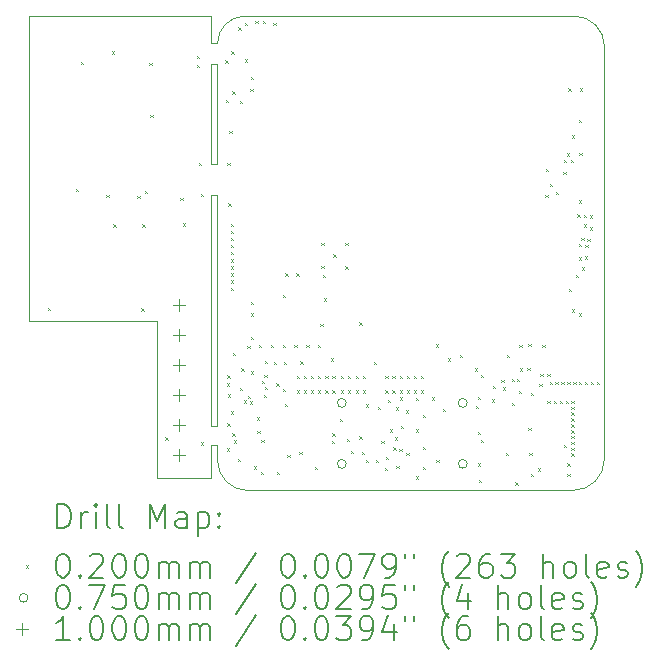
<source format=gbr>
%TF.GenerationSoftware,KiCad,Pcbnew,7.0.1*%
%TF.CreationDate,2024-02-26T17:06:04+01:00*%
%TF.ProjectId,armband,61726d62-616e-4642-9e6b-696361645f70,rev?*%
%TF.SameCoordinates,Original*%
%TF.FileFunction,Drillmap*%
%TF.FilePolarity,Positive*%
%FSLAX45Y45*%
G04 Gerber Fmt 4.5, Leading zero omitted, Abs format (unit mm)*
G04 Created by KiCad (PCBNEW 7.0.1) date 2024-02-26 17:06:04*
%MOMM*%
%LPD*%
G01*
G04 APERTURE LIST*
%ADD10C,0.100000*%
%ADD11C,0.200000*%
%ADD12C,0.020000*%
%ADD13C,0.075000*%
G04 APERTURE END LIST*
D10*
X12547600Y-5181600D02*
X12598400Y-5181600D01*
X12598400Y-6024400D01*
X12547600Y-6024400D01*
X12547600Y-5181600D01*
X12547600Y-4775200D02*
X11000000Y-4775200D01*
X12547600Y-5003800D02*
X12547600Y-4775200D01*
X12854205Y-8788400D02*
X15608300Y-8788400D01*
X12090400Y-8686800D02*
X12547600Y-8686800D01*
X15874991Y-5027924D02*
G75*
G03*
X15619195Y-4772119I-255802J4D01*
G01*
X11000000Y-4775200D02*
X11000000Y-7350000D01*
X12598400Y-8532595D02*
G75*
G03*
X12854205Y-8788400I255810J5D01*
G01*
X12547600Y-5003800D02*
X12598400Y-5003800D01*
X12090400Y-7350000D02*
X12090400Y-8686800D01*
X15608300Y-8788400D02*
G75*
G03*
X15875000Y-8521700I0J266700D01*
G01*
X12598400Y-8532595D02*
X12598400Y-8400000D01*
X12547600Y-8686800D02*
X12547600Y-8400000D01*
X12830081Y-4772119D02*
X15619195Y-4772119D01*
X12598400Y-8400000D02*
X12547600Y-8400000D01*
X15875000Y-5027924D02*
X15875000Y-8521700D01*
X12547600Y-6290000D02*
X12598400Y-6290000D01*
X12598400Y-8239000D01*
X12547600Y-8239000D01*
X12547600Y-6290000D01*
X11000000Y-7350000D02*
X12090400Y-7350000D01*
X12830081Y-4772120D02*
G75*
G03*
X12598400Y-5003800I-2J-231680D01*
G01*
D11*
D12*
X11161000Y-7241000D02*
X11181000Y-7261000D01*
X11181000Y-7241000D02*
X11161000Y-7261000D01*
X11399000Y-6236000D02*
X11419000Y-6256000D01*
X11419000Y-6236000D02*
X11399000Y-6256000D01*
X11442500Y-5160000D02*
X11462500Y-5180000D01*
X11462500Y-5160000D02*
X11442500Y-5180000D01*
X11656000Y-6285000D02*
X11676000Y-6305000D01*
X11676000Y-6285000D02*
X11656000Y-6305000D01*
X11705000Y-5070000D02*
X11725000Y-5090000D01*
X11725000Y-5070000D02*
X11705000Y-5090000D01*
X11715000Y-6536000D02*
X11735000Y-6556000D01*
X11735000Y-6536000D02*
X11715000Y-6556000D01*
X11920000Y-6296000D02*
X11940000Y-6316000D01*
X11940000Y-6296000D02*
X11920000Y-6316000D01*
X11955000Y-7247000D02*
X11975000Y-7267000D01*
X11975000Y-7247000D02*
X11955000Y-7267000D01*
X11961000Y-6534000D02*
X11981000Y-6554000D01*
X11981000Y-6534000D02*
X11961000Y-6554000D01*
X11983000Y-6254000D02*
X12003000Y-6274000D01*
X12003000Y-6254000D02*
X11983000Y-6274000D01*
X12020000Y-5165000D02*
X12040000Y-5185000D01*
X12040000Y-5165000D02*
X12020000Y-5185000D01*
X12030000Y-5610000D02*
X12050000Y-5630000D01*
X12050000Y-5610000D02*
X12030000Y-5630000D01*
X12157000Y-8339000D02*
X12177000Y-8359000D01*
X12177000Y-8339000D02*
X12157000Y-8359000D01*
X12285000Y-6310000D02*
X12305000Y-6330000D01*
X12305000Y-6310000D02*
X12285000Y-6330000D01*
X12304800Y-6527200D02*
X12324800Y-6547200D01*
X12324800Y-6527200D02*
X12304800Y-6547200D01*
X12423300Y-5108100D02*
X12443300Y-5128100D01*
X12443300Y-5108100D02*
X12423300Y-5128100D01*
X12423300Y-5184300D02*
X12443300Y-5204300D01*
X12443300Y-5184300D02*
X12423300Y-5204300D01*
X12438000Y-6013000D02*
X12458000Y-6033000D01*
X12458000Y-6013000D02*
X12438000Y-6033000D01*
X12460000Y-6278000D02*
X12480000Y-6298000D01*
X12480000Y-6278000D02*
X12460000Y-6298000D01*
X12460000Y-8381000D02*
X12480000Y-8401000D01*
X12480000Y-8381000D02*
X12460000Y-8401000D01*
X12664600Y-5146200D02*
X12684600Y-5166200D01*
X12684600Y-5146200D02*
X12664600Y-5166200D01*
X12669680Y-5481480D02*
X12689680Y-5501480D01*
X12689680Y-5481480D02*
X12669680Y-5501480D01*
X12680000Y-7880000D02*
X12700000Y-7900000D01*
X12700000Y-7880000D02*
X12680000Y-7900000D01*
X12680000Y-8431537D02*
X12700000Y-8451537D01*
X12700000Y-8431537D02*
X12680000Y-8451537D01*
X12681000Y-8220000D02*
X12701000Y-8240000D01*
X12701000Y-8220000D02*
X12681000Y-8240000D01*
X12682000Y-6013000D02*
X12702000Y-6033000D01*
X12702000Y-6013000D02*
X12682000Y-6033000D01*
X12683000Y-7812000D02*
X12703000Y-7832000D01*
X12703000Y-7812000D02*
X12683000Y-7832000D01*
X12685000Y-7975000D02*
X12705000Y-7995000D01*
X12705000Y-7975000D02*
X12685000Y-7995000D01*
X12690000Y-6356000D02*
X12710000Y-6376000D01*
X12710000Y-6356000D02*
X12690000Y-6376000D01*
X12700160Y-5745640D02*
X12720160Y-5765640D01*
X12720160Y-5745640D02*
X12700160Y-5765640D01*
X12710000Y-6530000D02*
X12730000Y-6550000D01*
X12730000Y-6530000D02*
X12710000Y-6550000D01*
X12710000Y-6590000D02*
X12730000Y-6610000D01*
X12730000Y-6590000D02*
X12710000Y-6610000D01*
X12710000Y-6650000D02*
X12730000Y-6670000D01*
X12730000Y-6650000D02*
X12710000Y-6670000D01*
X12710000Y-6710000D02*
X12730000Y-6730000D01*
X12730000Y-6710000D02*
X12710000Y-6730000D01*
X12710000Y-6770000D02*
X12730000Y-6790000D01*
X12730000Y-6770000D02*
X12710000Y-6790000D01*
X12710000Y-6830000D02*
X12730000Y-6850000D01*
X12730000Y-6830000D02*
X12710000Y-6850000D01*
X12710000Y-6890000D02*
X12730000Y-6910000D01*
X12730000Y-6890000D02*
X12710000Y-6910000D01*
X12710000Y-6950000D02*
X12730000Y-6970000D01*
X12730000Y-6950000D02*
X12710000Y-6970000D01*
X12710000Y-7010000D02*
X12730000Y-7030000D01*
X12730000Y-7010000D02*
X12710000Y-7030000D01*
X12710000Y-7070000D02*
X12730000Y-7090000D01*
X12730000Y-7070000D02*
X12710000Y-7090000D01*
X12713000Y-8119000D02*
X12733000Y-8139000D01*
X12733000Y-8119000D02*
X12713000Y-8139000D01*
X12715400Y-5070000D02*
X12735400Y-5090000D01*
X12735400Y-5070000D02*
X12715400Y-5090000D01*
X12725000Y-8304750D02*
X12745000Y-8324750D01*
X12745000Y-8304750D02*
X12725000Y-8324750D01*
X12725560Y-5410360D02*
X12745560Y-5430360D01*
X12745560Y-5410360D02*
X12725560Y-5430360D01*
X12728100Y-7622700D02*
X12748100Y-7642700D01*
X12748100Y-7622700D02*
X12728100Y-7642700D01*
X12735000Y-8365000D02*
X12755000Y-8385000D01*
X12755000Y-8365000D02*
X12735000Y-8385000D01*
X12770000Y-8518000D02*
X12790000Y-8538000D01*
X12790000Y-8518000D02*
X12770000Y-8538000D01*
X12774000Y-4866000D02*
X12794000Y-4886000D01*
X12794000Y-4866000D02*
X12774000Y-4886000D01*
X12786520Y-5488840D02*
X12806520Y-5508840D01*
X12806520Y-5488840D02*
X12786520Y-5508840D01*
X12787500Y-7917500D02*
X12807500Y-7937500D01*
X12807500Y-7917500D02*
X12787500Y-7937500D01*
X12800000Y-7754750D02*
X12820000Y-7774750D01*
X12820000Y-7754750D02*
X12800000Y-7774750D01*
X12820362Y-8024917D02*
X12840362Y-8044917D01*
X12840362Y-8024917D02*
X12820362Y-8044917D01*
X12830000Y-4830000D02*
X12850000Y-4850000D01*
X12850000Y-4830000D02*
X12830000Y-4850000D01*
X12832500Y-5138520D02*
X12852500Y-5158520D01*
X12852500Y-5138520D02*
X12832500Y-5158520D01*
X12851000Y-7563000D02*
X12871000Y-7583000D01*
X12871000Y-7563000D02*
X12851000Y-7583000D01*
X12855000Y-7985000D02*
X12875000Y-8005000D01*
X12875000Y-7985000D02*
X12855000Y-8005000D01*
X12872380Y-8035000D02*
X12892380Y-8055000D01*
X12892380Y-8035000D02*
X12872380Y-8055000D01*
X12877960Y-5390040D02*
X12897960Y-5410040D01*
X12897960Y-5390040D02*
X12877960Y-5410040D01*
X12880000Y-7490000D02*
X12900000Y-7510000D01*
X12900000Y-7490000D02*
X12880000Y-7510000D01*
X12880000Y-7780000D02*
X12900000Y-7800000D01*
X12900000Y-7780000D02*
X12880000Y-7800000D01*
X12882500Y-7190000D02*
X12902500Y-7210000D01*
X12902500Y-7190000D02*
X12882500Y-7210000D01*
X12882500Y-7290000D02*
X12902500Y-7310000D01*
X12902500Y-7290000D02*
X12882500Y-7310000D01*
X12883040Y-5288440D02*
X12903040Y-5308440D01*
X12903040Y-5288440D02*
X12883040Y-5308440D01*
X12907000Y-8584000D02*
X12927000Y-8604000D01*
X12927000Y-8584000D02*
X12907000Y-8604000D01*
X12920000Y-4810000D02*
X12940000Y-4830000D01*
X12940000Y-4810000D02*
X12920000Y-4830000D01*
X12930000Y-8169750D02*
X12950000Y-8189750D01*
X12950000Y-8169750D02*
X12930000Y-8189750D01*
X12935000Y-8284750D02*
X12955000Y-8304750D01*
X12955000Y-8284750D02*
X12935000Y-8304750D01*
X12950000Y-7555000D02*
X12970000Y-7575000D01*
X12970000Y-7555000D02*
X12950000Y-7575000D01*
X12964000Y-8631000D02*
X12984000Y-8651000D01*
X12984000Y-8631000D02*
X12964000Y-8651000D01*
X12970000Y-8360000D02*
X12990000Y-8380000D01*
X12990000Y-8360000D02*
X12970000Y-8380000D01*
X12973775Y-7858827D02*
X12993775Y-7878827D01*
X12993775Y-7858827D02*
X12973775Y-7878827D01*
X12980000Y-4810000D02*
X13000000Y-4830000D01*
X13000000Y-4810000D02*
X12980000Y-4830000D01*
X12993250Y-7976750D02*
X13013250Y-7996750D01*
X13013250Y-7976750D02*
X12993250Y-7996750D01*
X12994000Y-7810000D02*
X13014000Y-7830000D01*
X13014000Y-7810000D02*
X12994000Y-7830000D01*
X12996750Y-7912750D02*
X13016750Y-7932750D01*
X13016750Y-7912750D02*
X12996750Y-7932750D01*
X13000000Y-7690000D02*
X13020000Y-7710000D01*
X13020000Y-7690000D02*
X13000000Y-7710000D01*
X13052500Y-7557500D02*
X13072500Y-7577500D01*
X13072500Y-7557500D02*
X13052500Y-7577500D01*
X13070000Y-4830000D02*
X13090000Y-4850000D01*
X13090000Y-4830000D02*
X13070000Y-4850000D01*
X13076000Y-7697000D02*
X13096000Y-7717000D01*
X13096000Y-7697000D02*
X13076000Y-7717000D01*
X13098000Y-7880000D02*
X13118000Y-7900000D01*
X13118000Y-7880000D02*
X13098000Y-7900000D01*
X13099000Y-8631000D02*
X13119000Y-8651000D01*
X13119000Y-8631000D02*
X13099000Y-8651000D01*
X13150000Y-7130000D02*
X13170000Y-7150000D01*
X13170000Y-7130000D02*
X13150000Y-7150000D01*
X13150000Y-7557500D02*
X13170000Y-7577500D01*
X13170000Y-7557500D02*
X13150000Y-7577500D01*
X13150000Y-7930000D02*
X13170000Y-7950000D01*
X13170000Y-7930000D02*
X13150000Y-7950000D01*
X13161000Y-7700000D02*
X13181000Y-7720000D01*
X13181000Y-7700000D02*
X13161000Y-7720000D01*
X13170000Y-8052150D02*
X13190000Y-8072150D01*
X13190000Y-8052150D02*
X13170000Y-8072150D01*
X13173000Y-6950000D02*
X13193000Y-6970000D01*
X13193000Y-6950000D02*
X13173000Y-6970000D01*
X13190000Y-8485000D02*
X13210000Y-8505000D01*
X13210000Y-8485000D02*
X13190000Y-8505000D01*
X13250000Y-7557500D02*
X13270000Y-7577500D01*
X13270000Y-7557500D02*
X13250000Y-7577500D01*
X13265000Y-6950000D02*
X13285000Y-6970000D01*
X13285000Y-6950000D02*
X13265000Y-6970000D01*
X13270000Y-7820000D02*
X13290000Y-7840000D01*
X13290000Y-7820000D02*
X13270000Y-7840000D01*
X13270000Y-7940000D02*
X13290000Y-7960000D01*
X13290000Y-7940000D02*
X13270000Y-7960000D01*
X13292000Y-8460000D02*
X13312000Y-8480000D01*
X13312000Y-8460000D02*
X13292000Y-8480000D01*
X13300000Y-7695000D02*
X13320000Y-7715000D01*
X13320000Y-7695000D02*
X13300000Y-7715000D01*
X13330000Y-7820000D02*
X13350000Y-7840000D01*
X13350000Y-7820000D02*
X13330000Y-7840000D01*
X13330000Y-7940000D02*
X13350000Y-7960000D01*
X13350000Y-7940000D02*
X13330000Y-7960000D01*
X13350000Y-7557500D02*
X13370000Y-7577500D01*
X13370000Y-7557500D02*
X13350000Y-7577500D01*
X13390000Y-7820000D02*
X13410000Y-7840000D01*
X13410000Y-7820000D02*
X13390000Y-7840000D01*
X13390000Y-7940000D02*
X13410000Y-7960000D01*
X13410000Y-7940000D02*
X13390000Y-7960000D01*
X13420000Y-8589750D02*
X13440000Y-8609750D01*
X13440000Y-8589750D02*
X13420000Y-8609750D01*
X13450000Y-7557500D02*
X13470000Y-7577500D01*
X13470000Y-7557500D02*
X13450000Y-7577500D01*
X13450000Y-7820000D02*
X13470000Y-7840000D01*
X13470000Y-7820000D02*
X13450000Y-7840000D01*
X13450000Y-7940000D02*
X13470000Y-7960000D01*
X13470000Y-7940000D02*
X13450000Y-7960000D01*
X13470000Y-7378000D02*
X13490000Y-7398000D01*
X13490000Y-7378000D02*
X13470000Y-7398000D01*
X13477000Y-6889000D02*
X13497000Y-6909000D01*
X13497000Y-6889000D02*
X13477000Y-6909000D01*
X13478000Y-6692000D02*
X13498000Y-6712000D01*
X13498000Y-6692000D02*
X13478000Y-6712000D01*
X13490000Y-6965000D02*
X13510000Y-6985000D01*
X13510000Y-6965000D02*
X13490000Y-6985000D01*
X13500000Y-7160000D02*
X13520000Y-7180000D01*
X13520000Y-7160000D02*
X13500000Y-7180000D01*
X13510000Y-7820000D02*
X13530000Y-7840000D01*
X13530000Y-7820000D02*
X13510000Y-7840000D01*
X13510000Y-7940000D02*
X13530000Y-7960000D01*
X13530000Y-7940000D02*
X13510000Y-7960000D01*
X13560000Y-7670000D02*
X13580000Y-7690000D01*
X13580000Y-7670000D02*
X13560000Y-7690000D01*
X13566000Y-8370000D02*
X13586000Y-8390000D01*
X13586000Y-8370000D02*
X13566000Y-8390000D01*
X13570000Y-7820000D02*
X13590000Y-7840000D01*
X13590000Y-7820000D02*
X13570000Y-7840000D01*
X13570000Y-7940000D02*
X13590000Y-7960000D01*
X13590000Y-7940000D02*
X13570000Y-7960000D01*
X13570000Y-8305000D02*
X13590000Y-8325000D01*
X13590000Y-8305000D02*
X13570000Y-8325000D01*
X13580000Y-6790000D02*
X13600000Y-6810000D01*
X13600000Y-6790000D02*
X13580000Y-6810000D01*
X13635500Y-8179750D02*
X13655500Y-8199750D01*
X13655500Y-8179750D02*
X13635500Y-8199750D01*
X13640000Y-7820000D02*
X13660000Y-7840000D01*
X13660000Y-7820000D02*
X13640000Y-7840000D01*
X13640000Y-7940000D02*
X13660000Y-7960000D01*
X13660000Y-7940000D02*
X13640000Y-7960000D01*
X13681000Y-6690000D02*
X13701000Y-6710000D01*
X13701000Y-6690000D02*
X13681000Y-6710000D01*
X13681000Y-6890000D02*
X13701000Y-6910000D01*
X13701000Y-6890000D02*
X13681000Y-6910000D01*
X13695000Y-8349750D02*
X13715000Y-8369750D01*
X13715000Y-8349750D02*
X13695000Y-8369750D01*
X13700000Y-7820000D02*
X13720000Y-7840000D01*
X13720000Y-7820000D02*
X13700000Y-7840000D01*
X13700000Y-7940000D02*
X13720000Y-7960000D01*
X13720000Y-7940000D02*
X13700000Y-7960000D01*
X13730000Y-8450000D02*
X13750000Y-8470000D01*
X13750000Y-8450000D02*
X13730000Y-8470000D01*
X13770000Y-7820000D02*
X13790000Y-7840000D01*
X13790000Y-7820000D02*
X13770000Y-7840000D01*
X13770000Y-7940000D02*
X13790000Y-7960000D01*
X13790000Y-7940000D02*
X13770000Y-7960000D01*
X13800000Y-7366000D02*
X13820000Y-7386000D01*
X13820000Y-7366000D02*
X13800000Y-7386000D01*
X13800000Y-8330000D02*
X13820000Y-8350000D01*
X13820000Y-8330000D02*
X13800000Y-8350000D01*
X13820000Y-8460000D02*
X13840000Y-8480000D01*
X13840000Y-8460000D02*
X13820000Y-8480000D01*
X13830000Y-7820000D02*
X13850000Y-7840000D01*
X13850000Y-7820000D02*
X13830000Y-7840000D01*
X13830000Y-7940000D02*
X13850000Y-7960000D01*
X13850000Y-7940000D02*
X13830000Y-7960000D01*
X13855000Y-8059750D02*
X13875000Y-8079750D01*
X13875000Y-8059750D02*
X13855000Y-8079750D01*
X13855000Y-8529750D02*
X13875000Y-8549750D01*
X13875000Y-8529750D02*
X13855000Y-8549750D01*
X13921900Y-7698900D02*
X13941900Y-7718900D01*
X13941900Y-7698900D02*
X13921900Y-7718900D01*
X13940500Y-8529750D02*
X13960500Y-8549750D01*
X13960500Y-8529750D02*
X13940500Y-8549750D01*
X13955500Y-8079750D02*
X13975500Y-8099750D01*
X13975500Y-8079750D02*
X13955500Y-8099750D01*
X13985000Y-8369750D02*
X14005000Y-8389750D01*
X14005000Y-8369750D02*
X13985000Y-8389750D01*
X14013000Y-8595000D02*
X14033000Y-8615000D01*
X14033000Y-8595000D02*
X14013000Y-8615000D01*
X14020000Y-7820000D02*
X14040000Y-7840000D01*
X14040000Y-7820000D02*
X14020000Y-7840000D01*
X14020000Y-7940000D02*
X14040000Y-7960000D01*
X14040000Y-7940000D02*
X14020000Y-7960000D01*
X14025500Y-8504750D02*
X14045500Y-8524750D01*
X14045500Y-8504750D02*
X14025500Y-8524750D01*
X14040000Y-8020000D02*
X14060000Y-8040000D01*
X14060000Y-8020000D02*
X14040000Y-8040000D01*
X14055000Y-8269750D02*
X14075000Y-8289750D01*
X14075000Y-8269750D02*
X14055000Y-8289750D01*
X14079000Y-7820000D02*
X14099000Y-7840000D01*
X14099000Y-7820000D02*
X14079000Y-7840000D01*
X14080000Y-7940000D02*
X14100000Y-7960000D01*
X14100000Y-7940000D02*
X14080000Y-7960000D01*
X14087183Y-8423481D02*
X14107183Y-8443481D01*
X14107183Y-8423481D02*
X14087183Y-8443481D01*
X14100000Y-8337250D02*
X14120000Y-8357250D01*
X14120000Y-8337250D02*
X14100000Y-8357250D01*
X14110500Y-8084750D02*
X14130500Y-8104750D01*
X14130500Y-8084750D02*
X14110500Y-8104750D01*
X14112000Y-8577000D02*
X14132000Y-8597000D01*
X14132000Y-8577000D02*
X14112000Y-8597000D01*
X14138000Y-8438000D02*
X14158000Y-8458000D01*
X14158000Y-8438000D02*
X14138000Y-8458000D01*
X14140000Y-7820000D02*
X14160000Y-7840000D01*
X14160000Y-7820000D02*
X14140000Y-7840000D01*
X14140000Y-7940000D02*
X14160000Y-7960000D01*
X14160000Y-7940000D02*
X14140000Y-7960000D01*
X14140000Y-8000000D02*
X14160000Y-8020000D01*
X14160000Y-8000000D02*
X14140000Y-8020000D01*
X14150000Y-8239750D02*
X14170000Y-8259750D01*
X14170000Y-8239750D02*
X14150000Y-8259750D01*
X14195000Y-8109750D02*
X14215000Y-8129750D01*
X14215000Y-8109750D02*
X14195000Y-8129750D01*
X14197500Y-8469750D02*
X14217500Y-8489750D01*
X14217500Y-8469750D02*
X14197500Y-8489750D01*
X14199000Y-7820000D02*
X14219000Y-7840000D01*
X14219000Y-7820000D02*
X14199000Y-7840000D01*
X14200000Y-7940000D02*
X14220000Y-7960000D01*
X14220000Y-7940000D02*
X14200000Y-7960000D01*
X14260000Y-7820000D02*
X14280000Y-7840000D01*
X14280000Y-7820000D02*
X14260000Y-7840000D01*
X14260000Y-7940000D02*
X14280000Y-7960000D01*
X14280000Y-7940000D02*
X14260000Y-7960000D01*
X14275000Y-8669750D02*
X14295000Y-8689750D01*
X14295000Y-8669750D02*
X14275000Y-8689750D01*
X14277500Y-8005000D02*
X14297500Y-8025000D01*
X14297500Y-8005000D02*
X14277500Y-8025000D01*
X14280000Y-8269750D02*
X14300000Y-8289750D01*
X14300000Y-8269750D02*
X14280000Y-8289750D01*
X14319000Y-7820000D02*
X14339000Y-7840000D01*
X14339000Y-7820000D02*
X14319000Y-7840000D01*
X14320000Y-7940000D02*
X14340000Y-7960000D01*
X14340000Y-7940000D02*
X14320000Y-7960000D01*
X14335000Y-8149750D02*
X14355000Y-8169750D01*
X14355000Y-8149750D02*
X14335000Y-8169750D01*
X14335000Y-8419750D02*
X14355000Y-8439750D01*
X14355000Y-8419750D02*
X14335000Y-8439750D01*
X14335000Y-8589750D02*
X14355000Y-8609750D01*
X14355000Y-8589750D02*
X14335000Y-8609750D01*
X14415000Y-7999750D02*
X14435000Y-8019750D01*
X14435000Y-7999750D02*
X14415000Y-8019750D01*
X14447500Y-7550000D02*
X14467500Y-7570000D01*
X14467500Y-7550000D02*
X14447500Y-7570000D01*
X14450500Y-8529750D02*
X14470500Y-8549750D01*
X14470500Y-8529750D02*
X14450500Y-8549750D01*
X14508600Y-8094650D02*
X14528600Y-8114650D01*
X14528600Y-8094650D02*
X14508600Y-8114650D01*
X14550000Y-7670000D02*
X14570000Y-7690000D01*
X14570000Y-7670000D02*
X14550000Y-7690000D01*
X14652500Y-7642500D02*
X14672500Y-7662500D01*
X14672500Y-7642500D02*
X14652500Y-7662500D01*
X14776000Y-7753000D02*
X14796000Y-7773000D01*
X14796000Y-7753000D02*
X14776000Y-7773000D01*
X14787500Y-8072500D02*
X14807500Y-8092500D01*
X14807500Y-8072500D02*
X14787500Y-8092500D01*
X14800000Y-8290000D02*
X14820000Y-8310000D01*
X14820000Y-8290000D02*
X14800000Y-8310000D01*
X14803000Y-7994000D02*
X14823000Y-8014000D01*
X14823000Y-7994000D02*
X14803000Y-8014000D01*
X14805000Y-8558000D02*
X14825000Y-8578000D01*
X14825000Y-8558000D02*
X14805000Y-8578000D01*
X14810000Y-8700000D02*
X14830000Y-8720000D01*
X14830000Y-8700000D02*
X14810000Y-8720000D01*
X14830000Y-7810000D02*
X14850000Y-7830000D01*
X14850000Y-7810000D02*
X14830000Y-7830000D01*
X14830000Y-8360000D02*
X14850000Y-8380000D01*
X14850000Y-8360000D02*
X14830000Y-8380000D01*
X14920000Y-8015750D02*
X14940000Y-8035750D01*
X14940000Y-8015750D02*
X14920000Y-8035750D01*
X14930000Y-7900000D02*
X14950000Y-7920000D01*
X14950000Y-7900000D02*
X14930000Y-7920000D01*
X15002500Y-7852500D02*
X15022500Y-7872500D01*
X15022500Y-7852500D02*
X15002500Y-7872500D01*
X15012500Y-7915000D02*
X15032500Y-7935000D01*
X15032500Y-7915000D02*
X15012500Y-7935000D01*
X15040000Y-8470000D02*
X15060000Y-8490000D01*
X15060000Y-8470000D02*
X15040000Y-8490000D01*
X15050000Y-7640000D02*
X15070000Y-7660000D01*
X15070000Y-7640000D02*
X15050000Y-7660000D01*
X15091008Y-7843792D02*
X15111008Y-7863792D01*
X15111008Y-7843792D02*
X15091008Y-7863792D01*
X15091211Y-8043905D02*
X15111211Y-8063905D01*
X15111211Y-8043905D02*
X15091211Y-8063905D01*
X15120000Y-8720000D02*
X15140000Y-8740000D01*
X15140000Y-8720000D02*
X15120000Y-8740000D01*
X15131335Y-7843792D02*
X15151335Y-7863792D01*
X15151335Y-7843792D02*
X15131335Y-7863792D01*
X15152000Y-7943000D02*
X15172000Y-7963000D01*
X15172000Y-7943000D02*
X15152000Y-7963000D01*
X15152500Y-7552500D02*
X15172500Y-7572500D01*
X15172500Y-7552500D02*
X15152500Y-7572500D01*
X15157500Y-7755000D02*
X15177500Y-7775000D01*
X15177500Y-7755000D02*
X15157500Y-7775000D01*
X15221211Y-7752500D02*
X15241211Y-7772500D01*
X15241211Y-7752500D02*
X15221211Y-7772500D01*
X15230000Y-7547500D02*
X15250000Y-7567500D01*
X15250000Y-7547500D02*
X15230000Y-7567500D01*
X15230000Y-8260000D02*
X15250000Y-8280000D01*
X15250000Y-8260000D02*
X15230000Y-8280000D01*
X15240000Y-8470000D02*
X15260000Y-8490000D01*
X15260000Y-8470000D02*
X15240000Y-8490000D01*
X15250000Y-8650000D02*
X15270000Y-8670000D01*
X15270000Y-8650000D02*
X15250000Y-8670000D01*
X15252000Y-7964000D02*
X15272000Y-7984000D01*
X15272000Y-7964000D02*
X15252000Y-7984000D01*
X15310000Y-8600000D02*
X15330000Y-8620000D01*
X15330000Y-8600000D02*
X15310000Y-8620000D01*
X15323905Y-7883905D02*
X15343905Y-7903905D01*
X15343905Y-7883905D02*
X15323905Y-7903905D01*
X15333000Y-7802000D02*
X15353000Y-7822000D01*
X15353000Y-7802000D02*
X15333000Y-7822000D01*
X15350000Y-7555000D02*
X15370000Y-7575000D01*
X15370000Y-7555000D02*
X15350000Y-7575000D01*
X15375000Y-6282500D02*
X15395000Y-6302500D01*
X15395000Y-6282500D02*
X15375000Y-6302500D01*
X15380000Y-6067000D02*
X15400000Y-6087000D01*
X15400000Y-6067000D02*
X15380000Y-6087000D01*
X15390000Y-8030000D02*
X15410000Y-8050000D01*
X15410000Y-8030000D02*
X15390000Y-8050000D01*
X15392000Y-7802000D02*
X15412000Y-7822000D01*
X15412000Y-7802000D02*
X15392000Y-7822000D01*
X15410000Y-7870000D02*
X15430000Y-7890000D01*
X15430000Y-7870000D02*
X15410000Y-7890000D01*
X15412500Y-6190000D02*
X15432500Y-6210000D01*
X15432500Y-6190000D02*
X15412500Y-6210000D01*
X15445000Y-8030000D02*
X15465000Y-8050000D01*
X15465000Y-8030000D02*
X15445000Y-8050000D01*
X15460000Y-7870000D02*
X15480000Y-7890000D01*
X15480000Y-7870000D02*
X15460000Y-7890000D01*
X15465000Y-6260000D02*
X15485000Y-6280000D01*
X15485000Y-6260000D02*
X15465000Y-6280000D01*
X15495000Y-8030000D02*
X15515000Y-8050000D01*
X15515000Y-8030000D02*
X15495000Y-8050000D01*
X15510000Y-7870000D02*
X15530000Y-7890000D01*
X15530000Y-7870000D02*
X15510000Y-7890000D01*
X15525000Y-6092500D02*
X15545000Y-6112500D01*
X15545000Y-6092500D02*
X15525000Y-6112500D01*
X15530000Y-5990000D02*
X15550000Y-6010000D01*
X15550000Y-5990000D02*
X15530000Y-6010000D01*
X15530000Y-8400000D02*
X15550000Y-8420000D01*
X15550000Y-8400000D02*
X15530000Y-8420000D01*
X15545000Y-8030000D02*
X15565000Y-8050000D01*
X15565000Y-8030000D02*
X15545000Y-8050000D01*
X15555000Y-5935000D02*
X15575000Y-5955000D01*
X15575000Y-5935000D02*
X15555000Y-5955000D01*
X15560000Y-7870000D02*
X15580000Y-7890000D01*
X15580000Y-7870000D02*
X15560000Y-7890000D01*
X15560000Y-8560000D02*
X15580000Y-8580000D01*
X15580000Y-8560000D02*
X15560000Y-8580000D01*
X15560000Y-8650000D02*
X15580000Y-8670000D01*
X15580000Y-8650000D02*
X15560000Y-8670000D01*
X15570000Y-5385000D02*
X15590000Y-5405000D01*
X15590000Y-5385000D02*
X15570000Y-5405000D01*
X15575000Y-7082500D02*
X15595000Y-7102500D01*
X15595000Y-7082500D02*
X15575000Y-7102500D01*
X15592500Y-5987500D02*
X15612500Y-6007500D01*
X15612500Y-5987500D02*
X15592500Y-6007500D01*
X15595000Y-8030000D02*
X15615000Y-8050000D01*
X15615000Y-8030000D02*
X15595000Y-8050000D01*
X15595000Y-8080000D02*
X15615000Y-8100000D01*
X15615000Y-8080000D02*
X15595000Y-8100000D01*
X15595000Y-8128000D02*
X15615000Y-8148000D01*
X15615000Y-8128000D02*
X15595000Y-8148000D01*
X15595000Y-8178000D02*
X15615000Y-8198000D01*
X15615000Y-8178000D02*
X15595000Y-8198000D01*
X15595000Y-8228000D02*
X15615000Y-8248000D01*
X15615000Y-8228000D02*
X15595000Y-8248000D01*
X15595000Y-8278000D02*
X15615000Y-8298000D01*
X15615000Y-8278000D02*
X15595000Y-8298000D01*
X15595000Y-8328000D02*
X15615000Y-8348000D01*
X15615000Y-8328000D02*
X15595000Y-8348000D01*
X15595000Y-8378000D02*
X15615000Y-8398000D01*
X15615000Y-8378000D02*
X15595000Y-8398000D01*
X15595000Y-8428000D02*
X15615000Y-8448000D01*
X15615000Y-8428000D02*
X15595000Y-8448000D01*
X15595000Y-8475000D02*
X15615000Y-8495000D01*
X15615000Y-8475000D02*
X15595000Y-8495000D01*
X15596000Y-7255000D02*
X15616000Y-7275000D01*
X15616000Y-7255000D02*
X15596000Y-7275000D01*
X15600000Y-5780000D02*
X15620000Y-5800000D01*
X15620000Y-5780000D02*
X15600000Y-5800000D01*
X15610000Y-7870000D02*
X15630000Y-7890000D01*
X15630000Y-7870000D02*
X15610000Y-7890000D01*
X15630000Y-6965000D02*
X15650000Y-6985000D01*
X15650000Y-6965000D02*
X15630000Y-6985000D01*
X15646000Y-6451000D02*
X15666000Y-6471000D01*
X15666000Y-6451000D02*
X15646000Y-6471000D01*
X15658000Y-6333000D02*
X15678000Y-6353000D01*
X15678000Y-6333000D02*
X15658000Y-6353000D01*
X15658176Y-6815365D02*
X15678176Y-6835365D01*
X15678176Y-6815365D02*
X15658176Y-6835365D01*
X15658750Y-6698750D02*
X15678750Y-6718750D01*
X15678750Y-6698750D02*
X15658750Y-6718750D01*
X15660000Y-5650000D02*
X15680000Y-5670000D01*
X15680000Y-5650000D02*
X15660000Y-5670000D01*
X15660000Y-7290000D02*
X15680000Y-7310000D01*
X15680000Y-7290000D02*
X15660000Y-7310000D01*
X15660000Y-7870000D02*
X15680000Y-7890000D01*
X15680000Y-7870000D02*
X15660000Y-7890000D01*
X15663000Y-5928000D02*
X15683000Y-5948000D01*
X15683000Y-5928000D02*
X15663000Y-5948000D01*
X15665000Y-5385000D02*
X15685000Y-5405000D01*
X15685000Y-5385000D02*
X15665000Y-5405000D01*
X15677760Y-6649405D02*
X15697760Y-6669405D01*
X15697760Y-6649405D02*
X15677760Y-6669405D01*
X15685000Y-6900000D02*
X15705000Y-6920000D01*
X15705000Y-6900000D02*
X15685000Y-6920000D01*
X15698660Y-6455482D02*
X15718660Y-6475482D01*
X15718660Y-6455482D02*
X15698660Y-6475482D01*
X15702187Y-6536187D02*
X15722187Y-6556187D01*
X15722187Y-6536187D02*
X15702187Y-6556187D01*
X15710000Y-6805000D02*
X15730000Y-6825000D01*
X15730000Y-6805000D02*
X15710000Y-6825000D01*
X15710000Y-7870000D02*
X15730000Y-7890000D01*
X15730000Y-7870000D02*
X15710000Y-7890000D01*
X15712500Y-6710000D02*
X15732500Y-6730000D01*
X15732500Y-6710000D02*
X15712500Y-6730000D01*
X15729823Y-6658493D02*
X15749823Y-6678493D01*
X15749823Y-6658493D02*
X15729823Y-6678493D01*
X15749745Y-6559239D02*
X15769745Y-6579239D01*
X15769745Y-6559239D02*
X15749745Y-6579239D01*
X15752000Y-6459000D02*
X15772000Y-6479000D01*
X15772000Y-6459000D02*
X15752000Y-6479000D01*
X15760000Y-7870000D02*
X15780000Y-7890000D01*
X15780000Y-7870000D02*
X15760000Y-7890000D01*
X15810000Y-7870000D02*
X15830000Y-7890000D01*
X15830000Y-7870000D02*
X15810000Y-7890000D01*
D13*
X13688500Y-8046750D02*
G75*
G03*
X13688500Y-8046750I-37500J0D01*
G01*
X13688500Y-8562750D02*
G75*
G03*
X13688500Y-8562750I-37500J0D01*
G01*
X14712500Y-8046750D02*
G75*
G03*
X14712500Y-8046750I-37500J0D01*
G01*
X14712500Y-8562750D02*
G75*
G03*
X14712500Y-8562750I-37500J0D01*
G01*
D10*
X12270000Y-7170000D02*
X12270000Y-7270000D01*
X12220000Y-7220000D02*
X12320000Y-7220000D01*
X12270000Y-7424000D02*
X12270000Y-7524000D01*
X12220000Y-7474000D02*
X12320000Y-7474000D01*
X12270000Y-7678000D02*
X12270000Y-7778000D01*
X12220000Y-7728000D02*
X12320000Y-7728000D01*
X12270000Y-7932000D02*
X12270000Y-8032000D01*
X12220000Y-7982000D02*
X12320000Y-7982000D01*
X12270000Y-8186000D02*
X12270000Y-8286000D01*
X12220000Y-8236000D02*
X12320000Y-8236000D01*
X12270000Y-8440000D02*
X12270000Y-8540000D01*
X12220000Y-8490000D02*
X12320000Y-8490000D01*
D11*
X11242619Y-9105924D02*
X11242619Y-8905924D01*
X11242619Y-8905924D02*
X11290238Y-8905924D01*
X11290238Y-8905924D02*
X11318809Y-8915448D01*
X11318809Y-8915448D02*
X11337857Y-8934495D01*
X11337857Y-8934495D02*
X11347381Y-8953543D01*
X11347381Y-8953543D02*
X11356905Y-8991638D01*
X11356905Y-8991638D02*
X11356905Y-9020210D01*
X11356905Y-9020210D02*
X11347381Y-9058305D01*
X11347381Y-9058305D02*
X11337857Y-9077352D01*
X11337857Y-9077352D02*
X11318809Y-9096400D01*
X11318809Y-9096400D02*
X11290238Y-9105924D01*
X11290238Y-9105924D02*
X11242619Y-9105924D01*
X11442619Y-9105924D02*
X11442619Y-8972590D01*
X11442619Y-9010686D02*
X11452143Y-8991638D01*
X11452143Y-8991638D02*
X11461667Y-8982114D01*
X11461667Y-8982114D02*
X11480714Y-8972590D01*
X11480714Y-8972590D02*
X11499762Y-8972590D01*
X11566428Y-9105924D02*
X11566428Y-8972590D01*
X11566428Y-8905924D02*
X11556905Y-8915448D01*
X11556905Y-8915448D02*
X11566428Y-8924971D01*
X11566428Y-8924971D02*
X11575952Y-8915448D01*
X11575952Y-8915448D02*
X11566428Y-8905924D01*
X11566428Y-8905924D02*
X11566428Y-8924971D01*
X11690238Y-9105924D02*
X11671190Y-9096400D01*
X11671190Y-9096400D02*
X11661667Y-9077352D01*
X11661667Y-9077352D02*
X11661667Y-8905924D01*
X11795000Y-9105924D02*
X11775952Y-9096400D01*
X11775952Y-9096400D02*
X11766428Y-9077352D01*
X11766428Y-9077352D02*
X11766428Y-8905924D01*
X12023571Y-9105924D02*
X12023571Y-8905924D01*
X12023571Y-8905924D02*
X12090238Y-9048781D01*
X12090238Y-9048781D02*
X12156905Y-8905924D01*
X12156905Y-8905924D02*
X12156905Y-9105924D01*
X12337857Y-9105924D02*
X12337857Y-9001162D01*
X12337857Y-9001162D02*
X12328333Y-8982114D01*
X12328333Y-8982114D02*
X12309286Y-8972590D01*
X12309286Y-8972590D02*
X12271190Y-8972590D01*
X12271190Y-8972590D02*
X12252143Y-8982114D01*
X12337857Y-9096400D02*
X12318809Y-9105924D01*
X12318809Y-9105924D02*
X12271190Y-9105924D01*
X12271190Y-9105924D02*
X12252143Y-9096400D01*
X12252143Y-9096400D02*
X12242619Y-9077352D01*
X12242619Y-9077352D02*
X12242619Y-9058305D01*
X12242619Y-9058305D02*
X12252143Y-9039257D01*
X12252143Y-9039257D02*
X12271190Y-9029733D01*
X12271190Y-9029733D02*
X12318809Y-9029733D01*
X12318809Y-9029733D02*
X12337857Y-9020210D01*
X12433095Y-8972590D02*
X12433095Y-9172590D01*
X12433095Y-8982114D02*
X12452143Y-8972590D01*
X12452143Y-8972590D02*
X12490238Y-8972590D01*
X12490238Y-8972590D02*
X12509286Y-8982114D01*
X12509286Y-8982114D02*
X12518809Y-8991638D01*
X12518809Y-8991638D02*
X12528333Y-9010686D01*
X12528333Y-9010686D02*
X12528333Y-9067829D01*
X12528333Y-9067829D02*
X12518809Y-9086876D01*
X12518809Y-9086876D02*
X12509286Y-9096400D01*
X12509286Y-9096400D02*
X12490238Y-9105924D01*
X12490238Y-9105924D02*
X12452143Y-9105924D01*
X12452143Y-9105924D02*
X12433095Y-9096400D01*
X12614048Y-9086876D02*
X12623571Y-9096400D01*
X12623571Y-9096400D02*
X12614048Y-9105924D01*
X12614048Y-9105924D02*
X12604524Y-9096400D01*
X12604524Y-9096400D02*
X12614048Y-9086876D01*
X12614048Y-9086876D02*
X12614048Y-9105924D01*
X12614048Y-8982114D02*
X12623571Y-8991638D01*
X12623571Y-8991638D02*
X12614048Y-9001162D01*
X12614048Y-9001162D02*
X12604524Y-8991638D01*
X12604524Y-8991638D02*
X12614048Y-8982114D01*
X12614048Y-8982114D02*
X12614048Y-9001162D01*
D12*
X10975000Y-9423400D02*
X10995000Y-9443400D01*
X10995000Y-9423400D02*
X10975000Y-9443400D01*
D11*
X11280714Y-9325924D02*
X11299762Y-9325924D01*
X11299762Y-9325924D02*
X11318809Y-9335448D01*
X11318809Y-9335448D02*
X11328333Y-9344971D01*
X11328333Y-9344971D02*
X11337857Y-9364019D01*
X11337857Y-9364019D02*
X11347381Y-9402114D01*
X11347381Y-9402114D02*
X11347381Y-9449733D01*
X11347381Y-9449733D02*
X11337857Y-9487829D01*
X11337857Y-9487829D02*
X11328333Y-9506876D01*
X11328333Y-9506876D02*
X11318809Y-9516400D01*
X11318809Y-9516400D02*
X11299762Y-9525924D01*
X11299762Y-9525924D02*
X11280714Y-9525924D01*
X11280714Y-9525924D02*
X11261667Y-9516400D01*
X11261667Y-9516400D02*
X11252143Y-9506876D01*
X11252143Y-9506876D02*
X11242619Y-9487829D01*
X11242619Y-9487829D02*
X11233095Y-9449733D01*
X11233095Y-9449733D02*
X11233095Y-9402114D01*
X11233095Y-9402114D02*
X11242619Y-9364019D01*
X11242619Y-9364019D02*
X11252143Y-9344971D01*
X11252143Y-9344971D02*
X11261667Y-9335448D01*
X11261667Y-9335448D02*
X11280714Y-9325924D01*
X11433095Y-9506876D02*
X11442619Y-9516400D01*
X11442619Y-9516400D02*
X11433095Y-9525924D01*
X11433095Y-9525924D02*
X11423571Y-9516400D01*
X11423571Y-9516400D02*
X11433095Y-9506876D01*
X11433095Y-9506876D02*
X11433095Y-9525924D01*
X11518809Y-9344971D02*
X11528333Y-9335448D01*
X11528333Y-9335448D02*
X11547381Y-9325924D01*
X11547381Y-9325924D02*
X11595000Y-9325924D01*
X11595000Y-9325924D02*
X11614048Y-9335448D01*
X11614048Y-9335448D02*
X11623571Y-9344971D01*
X11623571Y-9344971D02*
X11633095Y-9364019D01*
X11633095Y-9364019D02*
X11633095Y-9383067D01*
X11633095Y-9383067D02*
X11623571Y-9411638D01*
X11623571Y-9411638D02*
X11509286Y-9525924D01*
X11509286Y-9525924D02*
X11633095Y-9525924D01*
X11756905Y-9325924D02*
X11775952Y-9325924D01*
X11775952Y-9325924D02*
X11795000Y-9335448D01*
X11795000Y-9335448D02*
X11804524Y-9344971D01*
X11804524Y-9344971D02*
X11814048Y-9364019D01*
X11814048Y-9364019D02*
X11823571Y-9402114D01*
X11823571Y-9402114D02*
X11823571Y-9449733D01*
X11823571Y-9449733D02*
X11814048Y-9487829D01*
X11814048Y-9487829D02*
X11804524Y-9506876D01*
X11804524Y-9506876D02*
X11795000Y-9516400D01*
X11795000Y-9516400D02*
X11775952Y-9525924D01*
X11775952Y-9525924D02*
X11756905Y-9525924D01*
X11756905Y-9525924D02*
X11737857Y-9516400D01*
X11737857Y-9516400D02*
X11728333Y-9506876D01*
X11728333Y-9506876D02*
X11718809Y-9487829D01*
X11718809Y-9487829D02*
X11709286Y-9449733D01*
X11709286Y-9449733D02*
X11709286Y-9402114D01*
X11709286Y-9402114D02*
X11718809Y-9364019D01*
X11718809Y-9364019D02*
X11728333Y-9344971D01*
X11728333Y-9344971D02*
X11737857Y-9335448D01*
X11737857Y-9335448D02*
X11756905Y-9325924D01*
X11947381Y-9325924D02*
X11966429Y-9325924D01*
X11966429Y-9325924D02*
X11985476Y-9335448D01*
X11985476Y-9335448D02*
X11995000Y-9344971D01*
X11995000Y-9344971D02*
X12004524Y-9364019D01*
X12004524Y-9364019D02*
X12014048Y-9402114D01*
X12014048Y-9402114D02*
X12014048Y-9449733D01*
X12014048Y-9449733D02*
X12004524Y-9487829D01*
X12004524Y-9487829D02*
X11995000Y-9506876D01*
X11995000Y-9506876D02*
X11985476Y-9516400D01*
X11985476Y-9516400D02*
X11966429Y-9525924D01*
X11966429Y-9525924D02*
X11947381Y-9525924D01*
X11947381Y-9525924D02*
X11928333Y-9516400D01*
X11928333Y-9516400D02*
X11918809Y-9506876D01*
X11918809Y-9506876D02*
X11909286Y-9487829D01*
X11909286Y-9487829D02*
X11899762Y-9449733D01*
X11899762Y-9449733D02*
X11899762Y-9402114D01*
X11899762Y-9402114D02*
X11909286Y-9364019D01*
X11909286Y-9364019D02*
X11918809Y-9344971D01*
X11918809Y-9344971D02*
X11928333Y-9335448D01*
X11928333Y-9335448D02*
X11947381Y-9325924D01*
X12099762Y-9525924D02*
X12099762Y-9392590D01*
X12099762Y-9411638D02*
X12109286Y-9402114D01*
X12109286Y-9402114D02*
X12128333Y-9392590D01*
X12128333Y-9392590D02*
X12156905Y-9392590D01*
X12156905Y-9392590D02*
X12175952Y-9402114D01*
X12175952Y-9402114D02*
X12185476Y-9421162D01*
X12185476Y-9421162D02*
X12185476Y-9525924D01*
X12185476Y-9421162D02*
X12195000Y-9402114D01*
X12195000Y-9402114D02*
X12214048Y-9392590D01*
X12214048Y-9392590D02*
X12242619Y-9392590D01*
X12242619Y-9392590D02*
X12261667Y-9402114D01*
X12261667Y-9402114D02*
X12271190Y-9421162D01*
X12271190Y-9421162D02*
X12271190Y-9525924D01*
X12366429Y-9525924D02*
X12366429Y-9392590D01*
X12366429Y-9411638D02*
X12375952Y-9402114D01*
X12375952Y-9402114D02*
X12395000Y-9392590D01*
X12395000Y-9392590D02*
X12423571Y-9392590D01*
X12423571Y-9392590D02*
X12442619Y-9402114D01*
X12442619Y-9402114D02*
X12452143Y-9421162D01*
X12452143Y-9421162D02*
X12452143Y-9525924D01*
X12452143Y-9421162D02*
X12461667Y-9402114D01*
X12461667Y-9402114D02*
X12480714Y-9392590D01*
X12480714Y-9392590D02*
X12509286Y-9392590D01*
X12509286Y-9392590D02*
X12528333Y-9402114D01*
X12528333Y-9402114D02*
X12537857Y-9421162D01*
X12537857Y-9421162D02*
X12537857Y-9525924D01*
X12928333Y-9316400D02*
X12756905Y-9573543D01*
X13185476Y-9325924D02*
X13204524Y-9325924D01*
X13204524Y-9325924D02*
X13223572Y-9335448D01*
X13223572Y-9335448D02*
X13233095Y-9344971D01*
X13233095Y-9344971D02*
X13242619Y-9364019D01*
X13242619Y-9364019D02*
X13252143Y-9402114D01*
X13252143Y-9402114D02*
X13252143Y-9449733D01*
X13252143Y-9449733D02*
X13242619Y-9487829D01*
X13242619Y-9487829D02*
X13233095Y-9506876D01*
X13233095Y-9506876D02*
X13223572Y-9516400D01*
X13223572Y-9516400D02*
X13204524Y-9525924D01*
X13204524Y-9525924D02*
X13185476Y-9525924D01*
X13185476Y-9525924D02*
X13166429Y-9516400D01*
X13166429Y-9516400D02*
X13156905Y-9506876D01*
X13156905Y-9506876D02*
X13147381Y-9487829D01*
X13147381Y-9487829D02*
X13137857Y-9449733D01*
X13137857Y-9449733D02*
X13137857Y-9402114D01*
X13137857Y-9402114D02*
X13147381Y-9364019D01*
X13147381Y-9364019D02*
X13156905Y-9344971D01*
X13156905Y-9344971D02*
X13166429Y-9335448D01*
X13166429Y-9335448D02*
X13185476Y-9325924D01*
X13337857Y-9506876D02*
X13347381Y-9516400D01*
X13347381Y-9516400D02*
X13337857Y-9525924D01*
X13337857Y-9525924D02*
X13328333Y-9516400D01*
X13328333Y-9516400D02*
X13337857Y-9506876D01*
X13337857Y-9506876D02*
X13337857Y-9525924D01*
X13471191Y-9325924D02*
X13490238Y-9325924D01*
X13490238Y-9325924D02*
X13509286Y-9335448D01*
X13509286Y-9335448D02*
X13518810Y-9344971D01*
X13518810Y-9344971D02*
X13528333Y-9364019D01*
X13528333Y-9364019D02*
X13537857Y-9402114D01*
X13537857Y-9402114D02*
X13537857Y-9449733D01*
X13537857Y-9449733D02*
X13528333Y-9487829D01*
X13528333Y-9487829D02*
X13518810Y-9506876D01*
X13518810Y-9506876D02*
X13509286Y-9516400D01*
X13509286Y-9516400D02*
X13490238Y-9525924D01*
X13490238Y-9525924D02*
X13471191Y-9525924D01*
X13471191Y-9525924D02*
X13452143Y-9516400D01*
X13452143Y-9516400D02*
X13442619Y-9506876D01*
X13442619Y-9506876D02*
X13433095Y-9487829D01*
X13433095Y-9487829D02*
X13423572Y-9449733D01*
X13423572Y-9449733D02*
X13423572Y-9402114D01*
X13423572Y-9402114D02*
X13433095Y-9364019D01*
X13433095Y-9364019D02*
X13442619Y-9344971D01*
X13442619Y-9344971D02*
X13452143Y-9335448D01*
X13452143Y-9335448D02*
X13471191Y-9325924D01*
X13661667Y-9325924D02*
X13680714Y-9325924D01*
X13680714Y-9325924D02*
X13699762Y-9335448D01*
X13699762Y-9335448D02*
X13709286Y-9344971D01*
X13709286Y-9344971D02*
X13718810Y-9364019D01*
X13718810Y-9364019D02*
X13728333Y-9402114D01*
X13728333Y-9402114D02*
X13728333Y-9449733D01*
X13728333Y-9449733D02*
X13718810Y-9487829D01*
X13718810Y-9487829D02*
X13709286Y-9506876D01*
X13709286Y-9506876D02*
X13699762Y-9516400D01*
X13699762Y-9516400D02*
X13680714Y-9525924D01*
X13680714Y-9525924D02*
X13661667Y-9525924D01*
X13661667Y-9525924D02*
X13642619Y-9516400D01*
X13642619Y-9516400D02*
X13633095Y-9506876D01*
X13633095Y-9506876D02*
X13623572Y-9487829D01*
X13623572Y-9487829D02*
X13614048Y-9449733D01*
X13614048Y-9449733D02*
X13614048Y-9402114D01*
X13614048Y-9402114D02*
X13623572Y-9364019D01*
X13623572Y-9364019D02*
X13633095Y-9344971D01*
X13633095Y-9344971D02*
X13642619Y-9335448D01*
X13642619Y-9335448D02*
X13661667Y-9325924D01*
X13795000Y-9325924D02*
X13928333Y-9325924D01*
X13928333Y-9325924D02*
X13842619Y-9525924D01*
X14014048Y-9525924D02*
X14052143Y-9525924D01*
X14052143Y-9525924D02*
X14071191Y-9516400D01*
X14071191Y-9516400D02*
X14080714Y-9506876D01*
X14080714Y-9506876D02*
X14099762Y-9478305D01*
X14099762Y-9478305D02*
X14109286Y-9440210D01*
X14109286Y-9440210D02*
X14109286Y-9364019D01*
X14109286Y-9364019D02*
X14099762Y-9344971D01*
X14099762Y-9344971D02*
X14090238Y-9335448D01*
X14090238Y-9335448D02*
X14071191Y-9325924D01*
X14071191Y-9325924D02*
X14033095Y-9325924D01*
X14033095Y-9325924D02*
X14014048Y-9335448D01*
X14014048Y-9335448D02*
X14004524Y-9344971D01*
X14004524Y-9344971D02*
X13995000Y-9364019D01*
X13995000Y-9364019D02*
X13995000Y-9411638D01*
X13995000Y-9411638D02*
X14004524Y-9430686D01*
X14004524Y-9430686D02*
X14014048Y-9440210D01*
X14014048Y-9440210D02*
X14033095Y-9449733D01*
X14033095Y-9449733D02*
X14071191Y-9449733D01*
X14071191Y-9449733D02*
X14090238Y-9440210D01*
X14090238Y-9440210D02*
X14099762Y-9430686D01*
X14099762Y-9430686D02*
X14109286Y-9411638D01*
X14185476Y-9325924D02*
X14185476Y-9364019D01*
X14261667Y-9325924D02*
X14261667Y-9364019D01*
X14556905Y-9602114D02*
X14547381Y-9592590D01*
X14547381Y-9592590D02*
X14528334Y-9564019D01*
X14528334Y-9564019D02*
X14518810Y-9544971D01*
X14518810Y-9544971D02*
X14509286Y-9516400D01*
X14509286Y-9516400D02*
X14499762Y-9468781D01*
X14499762Y-9468781D02*
X14499762Y-9430686D01*
X14499762Y-9430686D02*
X14509286Y-9383067D01*
X14509286Y-9383067D02*
X14518810Y-9354495D01*
X14518810Y-9354495D02*
X14528334Y-9335448D01*
X14528334Y-9335448D02*
X14547381Y-9306876D01*
X14547381Y-9306876D02*
X14556905Y-9297352D01*
X14623572Y-9344971D02*
X14633095Y-9335448D01*
X14633095Y-9335448D02*
X14652143Y-9325924D01*
X14652143Y-9325924D02*
X14699762Y-9325924D01*
X14699762Y-9325924D02*
X14718810Y-9335448D01*
X14718810Y-9335448D02*
X14728334Y-9344971D01*
X14728334Y-9344971D02*
X14737857Y-9364019D01*
X14737857Y-9364019D02*
X14737857Y-9383067D01*
X14737857Y-9383067D02*
X14728334Y-9411638D01*
X14728334Y-9411638D02*
X14614048Y-9525924D01*
X14614048Y-9525924D02*
X14737857Y-9525924D01*
X14909286Y-9325924D02*
X14871191Y-9325924D01*
X14871191Y-9325924D02*
X14852143Y-9335448D01*
X14852143Y-9335448D02*
X14842619Y-9344971D01*
X14842619Y-9344971D02*
X14823572Y-9373543D01*
X14823572Y-9373543D02*
X14814048Y-9411638D01*
X14814048Y-9411638D02*
X14814048Y-9487829D01*
X14814048Y-9487829D02*
X14823572Y-9506876D01*
X14823572Y-9506876D02*
X14833095Y-9516400D01*
X14833095Y-9516400D02*
X14852143Y-9525924D01*
X14852143Y-9525924D02*
X14890238Y-9525924D01*
X14890238Y-9525924D02*
X14909286Y-9516400D01*
X14909286Y-9516400D02*
X14918810Y-9506876D01*
X14918810Y-9506876D02*
X14928334Y-9487829D01*
X14928334Y-9487829D02*
X14928334Y-9440210D01*
X14928334Y-9440210D02*
X14918810Y-9421162D01*
X14918810Y-9421162D02*
X14909286Y-9411638D01*
X14909286Y-9411638D02*
X14890238Y-9402114D01*
X14890238Y-9402114D02*
X14852143Y-9402114D01*
X14852143Y-9402114D02*
X14833095Y-9411638D01*
X14833095Y-9411638D02*
X14823572Y-9421162D01*
X14823572Y-9421162D02*
X14814048Y-9440210D01*
X14995000Y-9325924D02*
X15118810Y-9325924D01*
X15118810Y-9325924D02*
X15052143Y-9402114D01*
X15052143Y-9402114D02*
X15080715Y-9402114D01*
X15080715Y-9402114D02*
X15099762Y-9411638D01*
X15099762Y-9411638D02*
X15109286Y-9421162D01*
X15109286Y-9421162D02*
X15118810Y-9440210D01*
X15118810Y-9440210D02*
X15118810Y-9487829D01*
X15118810Y-9487829D02*
X15109286Y-9506876D01*
X15109286Y-9506876D02*
X15099762Y-9516400D01*
X15099762Y-9516400D02*
X15080715Y-9525924D01*
X15080715Y-9525924D02*
X15023572Y-9525924D01*
X15023572Y-9525924D02*
X15004524Y-9516400D01*
X15004524Y-9516400D02*
X14995000Y-9506876D01*
X15356905Y-9525924D02*
X15356905Y-9325924D01*
X15442619Y-9525924D02*
X15442619Y-9421162D01*
X15442619Y-9421162D02*
X15433096Y-9402114D01*
X15433096Y-9402114D02*
X15414048Y-9392590D01*
X15414048Y-9392590D02*
X15385476Y-9392590D01*
X15385476Y-9392590D02*
X15366429Y-9402114D01*
X15366429Y-9402114D02*
X15356905Y-9411638D01*
X15566429Y-9525924D02*
X15547381Y-9516400D01*
X15547381Y-9516400D02*
X15537857Y-9506876D01*
X15537857Y-9506876D02*
X15528334Y-9487829D01*
X15528334Y-9487829D02*
X15528334Y-9430686D01*
X15528334Y-9430686D02*
X15537857Y-9411638D01*
X15537857Y-9411638D02*
X15547381Y-9402114D01*
X15547381Y-9402114D02*
X15566429Y-9392590D01*
X15566429Y-9392590D02*
X15595000Y-9392590D01*
X15595000Y-9392590D02*
X15614048Y-9402114D01*
X15614048Y-9402114D02*
X15623572Y-9411638D01*
X15623572Y-9411638D02*
X15633096Y-9430686D01*
X15633096Y-9430686D02*
X15633096Y-9487829D01*
X15633096Y-9487829D02*
X15623572Y-9506876D01*
X15623572Y-9506876D02*
X15614048Y-9516400D01*
X15614048Y-9516400D02*
X15595000Y-9525924D01*
X15595000Y-9525924D02*
X15566429Y-9525924D01*
X15747381Y-9525924D02*
X15728334Y-9516400D01*
X15728334Y-9516400D02*
X15718810Y-9497352D01*
X15718810Y-9497352D02*
X15718810Y-9325924D01*
X15899762Y-9516400D02*
X15880715Y-9525924D01*
X15880715Y-9525924D02*
X15842619Y-9525924D01*
X15842619Y-9525924D02*
X15823572Y-9516400D01*
X15823572Y-9516400D02*
X15814048Y-9497352D01*
X15814048Y-9497352D02*
X15814048Y-9421162D01*
X15814048Y-9421162D02*
X15823572Y-9402114D01*
X15823572Y-9402114D02*
X15842619Y-9392590D01*
X15842619Y-9392590D02*
X15880715Y-9392590D01*
X15880715Y-9392590D02*
X15899762Y-9402114D01*
X15899762Y-9402114D02*
X15909286Y-9421162D01*
X15909286Y-9421162D02*
X15909286Y-9440210D01*
X15909286Y-9440210D02*
X15814048Y-9459257D01*
X15985477Y-9516400D02*
X16004524Y-9525924D01*
X16004524Y-9525924D02*
X16042619Y-9525924D01*
X16042619Y-9525924D02*
X16061667Y-9516400D01*
X16061667Y-9516400D02*
X16071191Y-9497352D01*
X16071191Y-9497352D02*
X16071191Y-9487829D01*
X16071191Y-9487829D02*
X16061667Y-9468781D01*
X16061667Y-9468781D02*
X16042619Y-9459257D01*
X16042619Y-9459257D02*
X16014048Y-9459257D01*
X16014048Y-9459257D02*
X15995000Y-9449733D01*
X15995000Y-9449733D02*
X15985477Y-9430686D01*
X15985477Y-9430686D02*
X15985477Y-9421162D01*
X15985477Y-9421162D02*
X15995000Y-9402114D01*
X15995000Y-9402114D02*
X16014048Y-9392590D01*
X16014048Y-9392590D02*
X16042619Y-9392590D01*
X16042619Y-9392590D02*
X16061667Y-9402114D01*
X16137858Y-9602114D02*
X16147381Y-9592590D01*
X16147381Y-9592590D02*
X16166429Y-9564019D01*
X16166429Y-9564019D02*
X16175953Y-9544971D01*
X16175953Y-9544971D02*
X16185477Y-9516400D01*
X16185477Y-9516400D02*
X16195000Y-9468781D01*
X16195000Y-9468781D02*
X16195000Y-9430686D01*
X16195000Y-9430686D02*
X16185477Y-9383067D01*
X16185477Y-9383067D02*
X16175953Y-9354495D01*
X16175953Y-9354495D02*
X16166429Y-9335448D01*
X16166429Y-9335448D02*
X16147381Y-9306876D01*
X16147381Y-9306876D02*
X16137858Y-9297352D01*
D13*
X10995000Y-9697400D02*
G75*
G03*
X10995000Y-9697400I-37500J0D01*
G01*
D11*
X11280714Y-9589924D02*
X11299762Y-9589924D01*
X11299762Y-9589924D02*
X11318809Y-9599448D01*
X11318809Y-9599448D02*
X11328333Y-9608971D01*
X11328333Y-9608971D02*
X11337857Y-9628019D01*
X11337857Y-9628019D02*
X11347381Y-9666114D01*
X11347381Y-9666114D02*
X11347381Y-9713733D01*
X11347381Y-9713733D02*
X11337857Y-9751829D01*
X11337857Y-9751829D02*
X11328333Y-9770876D01*
X11328333Y-9770876D02*
X11318809Y-9780400D01*
X11318809Y-9780400D02*
X11299762Y-9789924D01*
X11299762Y-9789924D02*
X11280714Y-9789924D01*
X11280714Y-9789924D02*
X11261667Y-9780400D01*
X11261667Y-9780400D02*
X11252143Y-9770876D01*
X11252143Y-9770876D02*
X11242619Y-9751829D01*
X11242619Y-9751829D02*
X11233095Y-9713733D01*
X11233095Y-9713733D02*
X11233095Y-9666114D01*
X11233095Y-9666114D02*
X11242619Y-9628019D01*
X11242619Y-9628019D02*
X11252143Y-9608971D01*
X11252143Y-9608971D02*
X11261667Y-9599448D01*
X11261667Y-9599448D02*
X11280714Y-9589924D01*
X11433095Y-9770876D02*
X11442619Y-9780400D01*
X11442619Y-9780400D02*
X11433095Y-9789924D01*
X11433095Y-9789924D02*
X11423571Y-9780400D01*
X11423571Y-9780400D02*
X11433095Y-9770876D01*
X11433095Y-9770876D02*
X11433095Y-9789924D01*
X11509286Y-9589924D02*
X11642619Y-9589924D01*
X11642619Y-9589924D02*
X11556905Y-9789924D01*
X11814048Y-9589924D02*
X11718809Y-9589924D01*
X11718809Y-9589924D02*
X11709286Y-9685162D01*
X11709286Y-9685162D02*
X11718809Y-9675638D01*
X11718809Y-9675638D02*
X11737857Y-9666114D01*
X11737857Y-9666114D02*
X11785476Y-9666114D01*
X11785476Y-9666114D02*
X11804524Y-9675638D01*
X11804524Y-9675638D02*
X11814048Y-9685162D01*
X11814048Y-9685162D02*
X11823571Y-9704210D01*
X11823571Y-9704210D02*
X11823571Y-9751829D01*
X11823571Y-9751829D02*
X11814048Y-9770876D01*
X11814048Y-9770876D02*
X11804524Y-9780400D01*
X11804524Y-9780400D02*
X11785476Y-9789924D01*
X11785476Y-9789924D02*
X11737857Y-9789924D01*
X11737857Y-9789924D02*
X11718809Y-9780400D01*
X11718809Y-9780400D02*
X11709286Y-9770876D01*
X11947381Y-9589924D02*
X11966429Y-9589924D01*
X11966429Y-9589924D02*
X11985476Y-9599448D01*
X11985476Y-9599448D02*
X11995000Y-9608971D01*
X11995000Y-9608971D02*
X12004524Y-9628019D01*
X12004524Y-9628019D02*
X12014048Y-9666114D01*
X12014048Y-9666114D02*
X12014048Y-9713733D01*
X12014048Y-9713733D02*
X12004524Y-9751829D01*
X12004524Y-9751829D02*
X11995000Y-9770876D01*
X11995000Y-9770876D02*
X11985476Y-9780400D01*
X11985476Y-9780400D02*
X11966429Y-9789924D01*
X11966429Y-9789924D02*
X11947381Y-9789924D01*
X11947381Y-9789924D02*
X11928333Y-9780400D01*
X11928333Y-9780400D02*
X11918809Y-9770876D01*
X11918809Y-9770876D02*
X11909286Y-9751829D01*
X11909286Y-9751829D02*
X11899762Y-9713733D01*
X11899762Y-9713733D02*
X11899762Y-9666114D01*
X11899762Y-9666114D02*
X11909286Y-9628019D01*
X11909286Y-9628019D02*
X11918809Y-9608971D01*
X11918809Y-9608971D02*
X11928333Y-9599448D01*
X11928333Y-9599448D02*
X11947381Y-9589924D01*
X12099762Y-9789924D02*
X12099762Y-9656590D01*
X12099762Y-9675638D02*
X12109286Y-9666114D01*
X12109286Y-9666114D02*
X12128333Y-9656590D01*
X12128333Y-9656590D02*
X12156905Y-9656590D01*
X12156905Y-9656590D02*
X12175952Y-9666114D01*
X12175952Y-9666114D02*
X12185476Y-9685162D01*
X12185476Y-9685162D02*
X12185476Y-9789924D01*
X12185476Y-9685162D02*
X12195000Y-9666114D01*
X12195000Y-9666114D02*
X12214048Y-9656590D01*
X12214048Y-9656590D02*
X12242619Y-9656590D01*
X12242619Y-9656590D02*
X12261667Y-9666114D01*
X12261667Y-9666114D02*
X12271190Y-9685162D01*
X12271190Y-9685162D02*
X12271190Y-9789924D01*
X12366429Y-9789924D02*
X12366429Y-9656590D01*
X12366429Y-9675638D02*
X12375952Y-9666114D01*
X12375952Y-9666114D02*
X12395000Y-9656590D01*
X12395000Y-9656590D02*
X12423571Y-9656590D01*
X12423571Y-9656590D02*
X12442619Y-9666114D01*
X12442619Y-9666114D02*
X12452143Y-9685162D01*
X12452143Y-9685162D02*
X12452143Y-9789924D01*
X12452143Y-9685162D02*
X12461667Y-9666114D01*
X12461667Y-9666114D02*
X12480714Y-9656590D01*
X12480714Y-9656590D02*
X12509286Y-9656590D01*
X12509286Y-9656590D02*
X12528333Y-9666114D01*
X12528333Y-9666114D02*
X12537857Y-9685162D01*
X12537857Y-9685162D02*
X12537857Y-9789924D01*
X12928333Y-9580400D02*
X12756905Y-9837543D01*
X13185476Y-9589924D02*
X13204524Y-9589924D01*
X13204524Y-9589924D02*
X13223572Y-9599448D01*
X13223572Y-9599448D02*
X13233095Y-9608971D01*
X13233095Y-9608971D02*
X13242619Y-9628019D01*
X13242619Y-9628019D02*
X13252143Y-9666114D01*
X13252143Y-9666114D02*
X13252143Y-9713733D01*
X13252143Y-9713733D02*
X13242619Y-9751829D01*
X13242619Y-9751829D02*
X13233095Y-9770876D01*
X13233095Y-9770876D02*
X13223572Y-9780400D01*
X13223572Y-9780400D02*
X13204524Y-9789924D01*
X13204524Y-9789924D02*
X13185476Y-9789924D01*
X13185476Y-9789924D02*
X13166429Y-9780400D01*
X13166429Y-9780400D02*
X13156905Y-9770876D01*
X13156905Y-9770876D02*
X13147381Y-9751829D01*
X13147381Y-9751829D02*
X13137857Y-9713733D01*
X13137857Y-9713733D02*
X13137857Y-9666114D01*
X13137857Y-9666114D02*
X13147381Y-9628019D01*
X13147381Y-9628019D02*
X13156905Y-9608971D01*
X13156905Y-9608971D02*
X13166429Y-9599448D01*
X13166429Y-9599448D02*
X13185476Y-9589924D01*
X13337857Y-9770876D02*
X13347381Y-9780400D01*
X13347381Y-9780400D02*
X13337857Y-9789924D01*
X13337857Y-9789924D02*
X13328333Y-9780400D01*
X13328333Y-9780400D02*
X13337857Y-9770876D01*
X13337857Y-9770876D02*
X13337857Y-9789924D01*
X13471191Y-9589924D02*
X13490238Y-9589924D01*
X13490238Y-9589924D02*
X13509286Y-9599448D01*
X13509286Y-9599448D02*
X13518810Y-9608971D01*
X13518810Y-9608971D02*
X13528333Y-9628019D01*
X13528333Y-9628019D02*
X13537857Y-9666114D01*
X13537857Y-9666114D02*
X13537857Y-9713733D01*
X13537857Y-9713733D02*
X13528333Y-9751829D01*
X13528333Y-9751829D02*
X13518810Y-9770876D01*
X13518810Y-9770876D02*
X13509286Y-9780400D01*
X13509286Y-9780400D02*
X13490238Y-9789924D01*
X13490238Y-9789924D02*
X13471191Y-9789924D01*
X13471191Y-9789924D02*
X13452143Y-9780400D01*
X13452143Y-9780400D02*
X13442619Y-9770876D01*
X13442619Y-9770876D02*
X13433095Y-9751829D01*
X13433095Y-9751829D02*
X13423572Y-9713733D01*
X13423572Y-9713733D02*
X13423572Y-9666114D01*
X13423572Y-9666114D02*
X13433095Y-9628019D01*
X13433095Y-9628019D02*
X13442619Y-9608971D01*
X13442619Y-9608971D02*
X13452143Y-9599448D01*
X13452143Y-9599448D02*
X13471191Y-9589924D01*
X13614048Y-9608971D02*
X13623572Y-9599448D01*
X13623572Y-9599448D02*
X13642619Y-9589924D01*
X13642619Y-9589924D02*
X13690238Y-9589924D01*
X13690238Y-9589924D02*
X13709286Y-9599448D01*
X13709286Y-9599448D02*
X13718810Y-9608971D01*
X13718810Y-9608971D02*
X13728333Y-9628019D01*
X13728333Y-9628019D02*
X13728333Y-9647067D01*
X13728333Y-9647067D02*
X13718810Y-9675638D01*
X13718810Y-9675638D02*
X13604524Y-9789924D01*
X13604524Y-9789924D02*
X13728333Y-9789924D01*
X13823572Y-9789924D02*
X13861667Y-9789924D01*
X13861667Y-9789924D02*
X13880714Y-9780400D01*
X13880714Y-9780400D02*
X13890238Y-9770876D01*
X13890238Y-9770876D02*
X13909286Y-9742305D01*
X13909286Y-9742305D02*
X13918810Y-9704210D01*
X13918810Y-9704210D02*
X13918810Y-9628019D01*
X13918810Y-9628019D02*
X13909286Y-9608971D01*
X13909286Y-9608971D02*
X13899762Y-9599448D01*
X13899762Y-9599448D02*
X13880714Y-9589924D01*
X13880714Y-9589924D02*
X13842619Y-9589924D01*
X13842619Y-9589924D02*
X13823572Y-9599448D01*
X13823572Y-9599448D02*
X13814048Y-9608971D01*
X13814048Y-9608971D02*
X13804524Y-9628019D01*
X13804524Y-9628019D02*
X13804524Y-9675638D01*
X13804524Y-9675638D02*
X13814048Y-9694686D01*
X13814048Y-9694686D02*
X13823572Y-9704210D01*
X13823572Y-9704210D02*
X13842619Y-9713733D01*
X13842619Y-9713733D02*
X13880714Y-9713733D01*
X13880714Y-9713733D02*
X13899762Y-9704210D01*
X13899762Y-9704210D02*
X13909286Y-9694686D01*
X13909286Y-9694686D02*
X13918810Y-9675638D01*
X14099762Y-9589924D02*
X14004524Y-9589924D01*
X14004524Y-9589924D02*
X13995000Y-9685162D01*
X13995000Y-9685162D02*
X14004524Y-9675638D01*
X14004524Y-9675638D02*
X14023572Y-9666114D01*
X14023572Y-9666114D02*
X14071191Y-9666114D01*
X14071191Y-9666114D02*
X14090238Y-9675638D01*
X14090238Y-9675638D02*
X14099762Y-9685162D01*
X14099762Y-9685162D02*
X14109286Y-9704210D01*
X14109286Y-9704210D02*
X14109286Y-9751829D01*
X14109286Y-9751829D02*
X14099762Y-9770876D01*
X14099762Y-9770876D02*
X14090238Y-9780400D01*
X14090238Y-9780400D02*
X14071191Y-9789924D01*
X14071191Y-9789924D02*
X14023572Y-9789924D01*
X14023572Y-9789924D02*
X14004524Y-9780400D01*
X14004524Y-9780400D02*
X13995000Y-9770876D01*
X14185476Y-9589924D02*
X14185476Y-9628019D01*
X14261667Y-9589924D02*
X14261667Y-9628019D01*
X14556905Y-9866114D02*
X14547381Y-9856590D01*
X14547381Y-9856590D02*
X14528334Y-9828019D01*
X14528334Y-9828019D02*
X14518810Y-9808971D01*
X14518810Y-9808971D02*
X14509286Y-9780400D01*
X14509286Y-9780400D02*
X14499762Y-9732781D01*
X14499762Y-9732781D02*
X14499762Y-9694686D01*
X14499762Y-9694686D02*
X14509286Y-9647067D01*
X14509286Y-9647067D02*
X14518810Y-9618495D01*
X14518810Y-9618495D02*
X14528334Y-9599448D01*
X14528334Y-9599448D02*
X14547381Y-9570876D01*
X14547381Y-9570876D02*
X14556905Y-9561352D01*
X14718810Y-9656590D02*
X14718810Y-9789924D01*
X14671191Y-9580400D02*
X14623572Y-9723257D01*
X14623572Y-9723257D02*
X14747381Y-9723257D01*
X14975953Y-9789924D02*
X14975953Y-9589924D01*
X15061667Y-9789924D02*
X15061667Y-9685162D01*
X15061667Y-9685162D02*
X15052143Y-9666114D01*
X15052143Y-9666114D02*
X15033096Y-9656590D01*
X15033096Y-9656590D02*
X15004524Y-9656590D01*
X15004524Y-9656590D02*
X14985476Y-9666114D01*
X14985476Y-9666114D02*
X14975953Y-9675638D01*
X15185476Y-9789924D02*
X15166429Y-9780400D01*
X15166429Y-9780400D02*
X15156905Y-9770876D01*
X15156905Y-9770876D02*
X15147381Y-9751829D01*
X15147381Y-9751829D02*
X15147381Y-9694686D01*
X15147381Y-9694686D02*
X15156905Y-9675638D01*
X15156905Y-9675638D02*
X15166429Y-9666114D01*
X15166429Y-9666114D02*
X15185476Y-9656590D01*
X15185476Y-9656590D02*
X15214048Y-9656590D01*
X15214048Y-9656590D02*
X15233096Y-9666114D01*
X15233096Y-9666114D02*
X15242619Y-9675638D01*
X15242619Y-9675638D02*
X15252143Y-9694686D01*
X15252143Y-9694686D02*
X15252143Y-9751829D01*
X15252143Y-9751829D02*
X15242619Y-9770876D01*
X15242619Y-9770876D02*
X15233096Y-9780400D01*
X15233096Y-9780400D02*
X15214048Y-9789924D01*
X15214048Y-9789924D02*
X15185476Y-9789924D01*
X15366429Y-9789924D02*
X15347381Y-9780400D01*
X15347381Y-9780400D02*
X15337857Y-9761352D01*
X15337857Y-9761352D02*
X15337857Y-9589924D01*
X15518810Y-9780400D02*
X15499762Y-9789924D01*
X15499762Y-9789924D02*
X15461667Y-9789924D01*
X15461667Y-9789924D02*
X15442619Y-9780400D01*
X15442619Y-9780400D02*
X15433096Y-9761352D01*
X15433096Y-9761352D02*
X15433096Y-9685162D01*
X15433096Y-9685162D02*
X15442619Y-9666114D01*
X15442619Y-9666114D02*
X15461667Y-9656590D01*
X15461667Y-9656590D02*
X15499762Y-9656590D01*
X15499762Y-9656590D02*
X15518810Y-9666114D01*
X15518810Y-9666114D02*
X15528334Y-9685162D01*
X15528334Y-9685162D02*
X15528334Y-9704210D01*
X15528334Y-9704210D02*
X15433096Y-9723257D01*
X15604524Y-9780400D02*
X15623572Y-9789924D01*
X15623572Y-9789924D02*
X15661667Y-9789924D01*
X15661667Y-9789924D02*
X15680715Y-9780400D01*
X15680715Y-9780400D02*
X15690238Y-9761352D01*
X15690238Y-9761352D02*
X15690238Y-9751829D01*
X15690238Y-9751829D02*
X15680715Y-9732781D01*
X15680715Y-9732781D02*
X15661667Y-9723257D01*
X15661667Y-9723257D02*
X15633096Y-9723257D01*
X15633096Y-9723257D02*
X15614048Y-9713733D01*
X15614048Y-9713733D02*
X15604524Y-9694686D01*
X15604524Y-9694686D02*
X15604524Y-9685162D01*
X15604524Y-9685162D02*
X15614048Y-9666114D01*
X15614048Y-9666114D02*
X15633096Y-9656590D01*
X15633096Y-9656590D02*
X15661667Y-9656590D01*
X15661667Y-9656590D02*
X15680715Y-9666114D01*
X15756905Y-9866114D02*
X15766429Y-9856590D01*
X15766429Y-9856590D02*
X15785477Y-9828019D01*
X15785477Y-9828019D02*
X15795000Y-9808971D01*
X15795000Y-9808971D02*
X15804524Y-9780400D01*
X15804524Y-9780400D02*
X15814048Y-9732781D01*
X15814048Y-9732781D02*
X15814048Y-9694686D01*
X15814048Y-9694686D02*
X15804524Y-9647067D01*
X15804524Y-9647067D02*
X15795000Y-9618495D01*
X15795000Y-9618495D02*
X15785477Y-9599448D01*
X15785477Y-9599448D02*
X15766429Y-9570876D01*
X15766429Y-9570876D02*
X15756905Y-9561352D01*
D10*
X10945000Y-9911400D02*
X10945000Y-10011400D01*
X10895000Y-9961400D02*
X10995000Y-9961400D01*
D11*
X11347381Y-10053924D02*
X11233095Y-10053924D01*
X11290238Y-10053924D02*
X11290238Y-9853924D01*
X11290238Y-9853924D02*
X11271190Y-9882495D01*
X11271190Y-9882495D02*
X11252143Y-9901543D01*
X11252143Y-9901543D02*
X11233095Y-9911067D01*
X11433095Y-10034876D02*
X11442619Y-10044400D01*
X11442619Y-10044400D02*
X11433095Y-10053924D01*
X11433095Y-10053924D02*
X11423571Y-10044400D01*
X11423571Y-10044400D02*
X11433095Y-10034876D01*
X11433095Y-10034876D02*
X11433095Y-10053924D01*
X11566428Y-9853924D02*
X11585476Y-9853924D01*
X11585476Y-9853924D02*
X11604524Y-9863448D01*
X11604524Y-9863448D02*
X11614048Y-9872971D01*
X11614048Y-9872971D02*
X11623571Y-9892019D01*
X11623571Y-9892019D02*
X11633095Y-9930114D01*
X11633095Y-9930114D02*
X11633095Y-9977733D01*
X11633095Y-9977733D02*
X11623571Y-10015829D01*
X11623571Y-10015829D02*
X11614048Y-10034876D01*
X11614048Y-10034876D02*
X11604524Y-10044400D01*
X11604524Y-10044400D02*
X11585476Y-10053924D01*
X11585476Y-10053924D02*
X11566428Y-10053924D01*
X11566428Y-10053924D02*
X11547381Y-10044400D01*
X11547381Y-10044400D02*
X11537857Y-10034876D01*
X11537857Y-10034876D02*
X11528333Y-10015829D01*
X11528333Y-10015829D02*
X11518809Y-9977733D01*
X11518809Y-9977733D02*
X11518809Y-9930114D01*
X11518809Y-9930114D02*
X11528333Y-9892019D01*
X11528333Y-9892019D02*
X11537857Y-9872971D01*
X11537857Y-9872971D02*
X11547381Y-9863448D01*
X11547381Y-9863448D02*
X11566428Y-9853924D01*
X11756905Y-9853924D02*
X11775952Y-9853924D01*
X11775952Y-9853924D02*
X11795000Y-9863448D01*
X11795000Y-9863448D02*
X11804524Y-9872971D01*
X11804524Y-9872971D02*
X11814048Y-9892019D01*
X11814048Y-9892019D02*
X11823571Y-9930114D01*
X11823571Y-9930114D02*
X11823571Y-9977733D01*
X11823571Y-9977733D02*
X11814048Y-10015829D01*
X11814048Y-10015829D02*
X11804524Y-10034876D01*
X11804524Y-10034876D02*
X11795000Y-10044400D01*
X11795000Y-10044400D02*
X11775952Y-10053924D01*
X11775952Y-10053924D02*
X11756905Y-10053924D01*
X11756905Y-10053924D02*
X11737857Y-10044400D01*
X11737857Y-10044400D02*
X11728333Y-10034876D01*
X11728333Y-10034876D02*
X11718809Y-10015829D01*
X11718809Y-10015829D02*
X11709286Y-9977733D01*
X11709286Y-9977733D02*
X11709286Y-9930114D01*
X11709286Y-9930114D02*
X11718809Y-9892019D01*
X11718809Y-9892019D02*
X11728333Y-9872971D01*
X11728333Y-9872971D02*
X11737857Y-9863448D01*
X11737857Y-9863448D02*
X11756905Y-9853924D01*
X11947381Y-9853924D02*
X11966429Y-9853924D01*
X11966429Y-9853924D02*
X11985476Y-9863448D01*
X11985476Y-9863448D02*
X11995000Y-9872971D01*
X11995000Y-9872971D02*
X12004524Y-9892019D01*
X12004524Y-9892019D02*
X12014048Y-9930114D01*
X12014048Y-9930114D02*
X12014048Y-9977733D01*
X12014048Y-9977733D02*
X12004524Y-10015829D01*
X12004524Y-10015829D02*
X11995000Y-10034876D01*
X11995000Y-10034876D02*
X11985476Y-10044400D01*
X11985476Y-10044400D02*
X11966429Y-10053924D01*
X11966429Y-10053924D02*
X11947381Y-10053924D01*
X11947381Y-10053924D02*
X11928333Y-10044400D01*
X11928333Y-10044400D02*
X11918809Y-10034876D01*
X11918809Y-10034876D02*
X11909286Y-10015829D01*
X11909286Y-10015829D02*
X11899762Y-9977733D01*
X11899762Y-9977733D02*
X11899762Y-9930114D01*
X11899762Y-9930114D02*
X11909286Y-9892019D01*
X11909286Y-9892019D02*
X11918809Y-9872971D01*
X11918809Y-9872971D02*
X11928333Y-9863448D01*
X11928333Y-9863448D02*
X11947381Y-9853924D01*
X12099762Y-10053924D02*
X12099762Y-9920590D01*
X12099762Y-9939638D02*
X12109286Y-9930114D01*
X12109286Y-9930114D02*
X12128333Y-9920590D01*
X12128333Y-9920590D02*
X12156905Y-9920590D01*
X12156905Y-9920590D02*
X12175952Y-9930114D01*
X12175952Y-9930114D02*
X12185476Y-9949162D01*
X12185476Y-9949162D02*
X12185476Y-10053924D01*
X12185476Y-9949162D02*
X12195000Y-9930114D01*
X12195000Y-9930114D02*
X12214048Y-9920590D01*
X12214048Y-9920590D02*
X12242619Y-9920590D01*
X12242619Y-9920590D02*
X12261667Y-9930114D01*
X12261667Y-9930114D02*
X12271190Y-9949162D01*
X12271190Y-9949162D02*
X12271190Y-10053924D01*
X12366429Y-10053924D02*
X12366429Y-9920590D01*
X12366429Y-9939638D02*
X12375952Y-9930114D01*
X12375952Y-9930114D02*
X12395000Y-9920590D01*
X12395000Y-9920590D02*
X12423571Y-9920590D01*
X12423571Y-9920590D02*
X12442619Y-9930114D01*
X12442619Y-9930114D02*
X12452143Y-9949162D01*
X12452143Y-9949162D02*
X12452143Y-10053924D01*
X12452143Y-9949162D02*
X12461667Y-9930114D01*
X12461667Y-9930114D02*
X12480714Y-9920590D01*
X12480714Y-9920590D02*
X12509286Y-9920590D01*
X12509286Y-9920590D02*
X12528333Y-9930114D01*
X12528333Y-9930114D02*
X12537857Y-9949162D01*
X12537857Y-9949162D02*
X12537857Y-10053924D01*
X12928333Y-9844400D02*
X12756905Y-10101543D01*
X13185476Y-9853924D02*
X13204524Y-9853924D01*
X13204524Y-9853924D02*
X13223572Y-9863448D01*
X13223572Y-9863448D02*
X13233095Y-9872971D01*
X13233095Y-9872971D02*
X13242619Y-9892019D01*
X13242619Y-9892019D02*
X13252143Y-9930114D01*
X13252143Y-9930114D02*
X13252143Y-9977733D01*
X13252143Y-9977733D02*
X13242619Y-10015829D01*
X13242619Y-10015829D02*
X13233095Y-10034876D01*
X13233095Y-10034876D02*
X13223572Y-10044400D01*
X13223572Y-10044400D02*
X13204524Y-10053924D01*
X13204524Y-10053924D02*
X13185476Y-10053924D01*
X13185476Y-10053924D02*
X13166429Y-10044400D01*
X13166429Y-10044400D02*
X13156905Y-10034876D01*
X13156905Y-10034876D02*
X13147381Y-10015829D01*
X13147381Y-10015829D02*
X13137857Y-9977733D01*
X13137857Y-9977733D02*
X13137857Y-9930114D01*
X13137857Y-9930114D02*
X13147381Y-9892019D01*
X13147381Y-9892019D02*
X13156905Y-9872971D01*
X13156905Y-9872971D02*
X13166429Y-9863448D01*
X13166429Y-9863448D02*
X13185476Y-9853924D01*
X13337857Y-10034876D02*
X13347381Y-10044400D01*
X13347381Y-10044400D02*
X13337857Y-10053924D01*
X13337857Y-10053924D02*
X13328333Y-10044400D01*
X13328333Y-10044400D02*
X13337857Y-10034876D01*
X13337857Y-10034876D02*
X13337857Y-10053924D01*
X13471191Y-9853924D02*
X13490238Y-9853924D01*
X13490238Y-9853924D02*
X13509286Y-9863448D01*
X13509286Y-9863448D02*
X13518810Y-9872971D01*
X13518810Y-9872971D02*
X13528333Y-9892019D01*
X13528333Y-9892019D02*
X13537857Y-9930114D01*
X13537857Y-9930114D02*
X13537857Y-9977733D01*
X13537857Y-9977733D02*
X13528333Y-10015829D01*
X13528333Y-10015829D02*
X13518810Y-10034876D01*
X13518810Y-10034876D02*
X13509286Y-10044400D01*
X13509286Y-10044400D02*
X13490238Y-10053924D01*
X13490238Y-10053924D02*
X13471191Y-10053924D01*
X13471191Y-10053924D02*
X13452143Y-10044400D01*
X13452143Y-10044400D02*
X13442619Y-10034876D01*
X13442619Y-10034876D02*
X13433095Y-10015829D01*
X13433095Y-10015829D02*
X13423572Y-9977733D01*
X13423572Y-9977733D02*
X13423572Y-9930114D01*
X13423572Y-9930114D02*
X13433095Y-9892019D01*
X13433095Y-9892019D02*
X13442619Y-9872971D01*
X13442619Y-9872971D02*
X13452143Y-9863448D01*
X13452143Y-9863448D02*
X13471191Y-9853924D01*
X13604524Y-9853924D02*
X13728333Y-9853924D01*
X13728333Y-9853924D02*
X13661667Y-9930114D01*
X13661667Y-9930114D02*
X13690238Y-9930114D01*
X13690238Y-9930114D02*
X13709286Y-9939638D01*
X13709286Y-9939638D02*
X13718810Y-9949162D01*
X13718810Y-9949162D02*
X13728333Y-9968210D01*
X13728333Y-9968210D02*
X13728333Y-10015829D01*
X13728333Y-10015829D02*
X13718810Y-10034876D01*
X13718810Y-10034876D02*
X13709286Y-10044400D01*
X13709286Y-10044400D02*
X13690238Y-10053924D01*
X13690238Y-10053924D02*
X13633095Y-10053924D01*
X13633095Y-10053924D02*
X13614048Y-10044400D01*
X13614048Y-10044400D02*
X13604524Y-10034876D01*
X13823572Y-10053924D02*
X13861667Y-10053924D01*
X13861667Y-10053924D02*
X13880714Y-10044400D01*
X13880714Y-10044400D02*
X13890238Y-10034876D01*
X13890238Y-10034876D02*
X13909286Y-10006305D01*
X13909286Y-10006305D02*
X13918810Y-9968210D01*
X13918810Y-9968210D02*
X13918810Y-9892019D01*
X13918810Y-9892019D02*
X13909286Y-9872971D01*
X13909286Y-9872971D02*
X13899762Y-9863448D01*
X13899762Y-9863448D02*
X13880714Y-9853924D01*
X13880714Y-9853924D02*
X13842619Y-9853924D01*
X13842619Y-9853924D02*
X13823572Y-9863448D01*
X13823572Y-9863448D02*
X13814048Y-9872971D01*
X13814048Y-9872971D02*
X13804524Y-9892019D01*
X13804524Y-9892019D02*
X13804524Y-9939638D01*
X13804524Y-9939638D02*
X13814048Y-9958686D01*
X13814048Y-9958686D02*
X13823572Y-9968210D01*
X13823572Y-9968210D02*
X13842619Y-9977733D01*
X13842619Y-9977733D02*
X13880714Y-9977733D01*
X13880714Y-9977733D02*
X13899762Y-9968210D01*
X13899762Y-9968210D02*
X13909286Y-9958686D01*
X13909286Y-9958686D02*
X13918810Y-9939638D01*
X14090238Y-9920590D02*
X14090238Y-10053924D01*
X14042619Y-9844400D02*
X13995000Y-9987257D01*
X13995000Y-9987257D02*
X14118810Y-9987257D01*
X14185476Y-9853924D02*
X14185476Y-9892019D01*
X14261667Y-9853924D02*
X14261667Y-9892019D01*
X14556905Y-10130114D02*
X14547381Y-10120590D01*
X14547381Y-10120590D02*
X14528334Y-10092019D01*
X14528334Y-10092019D02*
X14518810Y-10072971D01*
X14518810Y-10072971D02*
X14509286Y-10044400D01*
X14509286Y-10044400D02*
X14499762Y-9996781D01*
X14499762Y-9996781D02*
X14499762Y-9958686D01*
X14499762Y-9958686D02*
X14509286Y-9911067D01*
X14509286Y-9911067D02*
X14518810Y-9882495D01*
X14518810Y-9882495D02*
X14528334Y-9863448D01*
X14528334Y-9863448D02*
X14547381Y-9834876D01*
X14547381Y-9834876D02*
X14556905Y-9825352D01*
X14718810Y-9853924D02*
X14680714Y-9853924D01*
X14680714Y-9853924D02*
X14661667Y-9863448D01*
X14661667Y-9863448D02*
X14652143Y-9872971D01*
X14652143Y-9872971D02*
X14633095Y-9901543D01*
X14633095Y-9901543D02*
X14623572Y-9939638D01*
X14623572Y-9939638D02*
X14623572Y-10015829D01*
X14623572Y-10015829D02*
X14633095Y-10034876D01*
X14633095Y-10034876D02*
X14642619Y-10044400D01*
X14642619Y-10044400D02*
X14661667Y-10053924D01*
X14661667Y-10053924D02*
X14699762Y-10053924D01*
X14699762Y-10053924D02*
X14718810Y-10044400D01*
X14718810Y-10044400D02*
X14728334Y-10034876D01*
X14728334Y-10034876D02*
X14737857Y-10015829D01*
X14737857Y-10015829D02*
X14737857Y-9968210D01*
X14737857Y-9968210D02*
X14728334Y-9949162D01*
X14728334Y-9949162D02*
X14718810Y-9939638D01*
X14718810Y-9939638D02*
X14699762Y-9930114D01*
X14699762Y-9930114D02*
X14661667Y-9930114D01*
X14661667Y-9930114D02*
X14642619Y-9939638D01*
X14642619Y-9939638D02*
X14633095Y-9949162D01*
X14633095Y-9949162D02*
X14623572Y-9968210D01*
X14975953Y-10053924D02*
X14975953Y-9853924D01*
X15061667Y-10053924D02*
X15061667Y-9949162D01*
X15061667Y-9949162D02*
X15052143Y-9930114D01*
X15052143Y-9930114D02*
X15033096Y-9920590D01*
X15033096Y-9920590D02*
X15004524Y-9920590D01*
X15004524Y-9920590D02*
X14985476Y-9930114D01*
X14985476Y-9930114D02*
X14975953Y-9939638D01*
X15185476Y-10053924D02*
X15166429Y-10044400D01*
X15166429Y-10044400D02*
X15156905Y-10034876D01*
X15156905Y-10034876D02*
X15147381Y-10015829D01*
X15147381Y-10015829D02*
X15147381Y-9958686D01*
X15147381Y-9958686D02*
X15156905Y-9939638D01*
X15156905Y-9939638D02*
X15166429Y-9930114D01*
X15166429Y-9930114D02*
X15185476Y-9920590D01*
X15185476Y-9920590D02*
X15214048Y-9920590D01*
X15214048Y-9920590D02*
X15233096Y-9930114D01*
X15233096Y-9930114D02*
X15242619Y-9939638D01*
X15242619Y-9939638D02*
X15252143Y-9958686D01*
X15252143Y-9958686D02*
X15252143Y-10015829D01*
X15252143Y-10015829D02*
X15242619Y-10034876D01*
X15242619Y-10034876D02*
X15233096Y-10044400D01*
X15233096Y-10044400D02*
X15214048Y-10053924D01*
X15214048Y-10053924D02*
X15185476Y-10053924D01*
X15366429Y-10053924D02*
X15347381Y-10044400D01*
X15347381Y-10044400D02*
X15337857Y-10025352D01*
X15337857Y-10025352D02*
X15337857Y-9853924D01*
X15518810Y-10044400D02*
X15499762Y-10053924D01*
X15499762Y-10053924D02*
X15461667Y-10053924D01*
X15461667Y-10053924D02*
X15442619Y-10044400D01*
X15442619Y-10044400D02*
X15433096Y-10025352D01*
X15433096Y-10025352D02*
X15433096Y-9949162D01*
X15433096Y-9949162D02*
X15442619Y-9930114D01*
X15442619Y-9930114D02*
X15461667Y-9920590D01*
X15461667Y-9920590D02*
X15499762Y-9920590D01*
X15499762Y-9920590D02*
X15518810Y-9930114D01*
X15518810Y-9930114D02*
X15528334Y-9949162D01*
X15528334Y-9949162D02*
X15528334Y-9968210D01*
X15528334Y-9968210D02*
X15433096Y-9987257D01*
X15604524Y-10044400D02*
X15623572Y-10053924D01*
X15623572Y-10053924D02*
X15661667Y-10053924D01*
X15661667Y-10053924D02*
X15680715Y-10044400D01*
X15680715Y-10044400D02*
X15690238Y-10025352D01*
X15690238Y-10025352D02*
X15690238Y-10015829D01*
X15690238Y-10015829D02*
X15680715Y-9996781D01*
X15680715Y-9996781D02*
X15661667Y-9987257D01*
X15661667Y-9987257D02*
X15633096Y-9987257D01*
X15633096Y-9987257D02*
X15614048Y-9977733D01*
X15614048Y-9977733D02*
X15604524Y-9958686D01*
X15604524Y-9958686D02*
X15604524Y-9949162D01*
X15604524Y-9949162D02*
X15614048Y-9930114D01*
X15614048Y-9930114D02*
X15633096Y-9920590D01*
X15633096Y-9920590D02*
X15661667Y-9920590D01*
X15661667Y-9920590D02*
X15680715Y-9930114D01*
X15756905Y-10130114D02*
X15766429Y-10120590D01*
X15766429Y-10120590D02*
X15785477Y-10092019D01*
X15785477Y-10092019D02*
X15795000Y-10072971D01*
X15795000Y-10072971D02*
X15804524Y-10044400D01*
X15804524Y-10044400D02*
X15814048Y-9996781D01*
X15814048Y-9996781D02*
X15814048Y-9958686D01*
X15814048Y-9958686D02*
X15804524Y-9911067D01*
X15804524Y-9911067D02*
X15795000Y-9882495D01*
X15795000Y-9882495D02*
X15785477Y-9863448D01*
X15785477Y-9863448D02*
X15766429Y-9834876D01*
X15766429Y-9834876D02*
X15756905Y-9825352D01*
M02*

</source>
